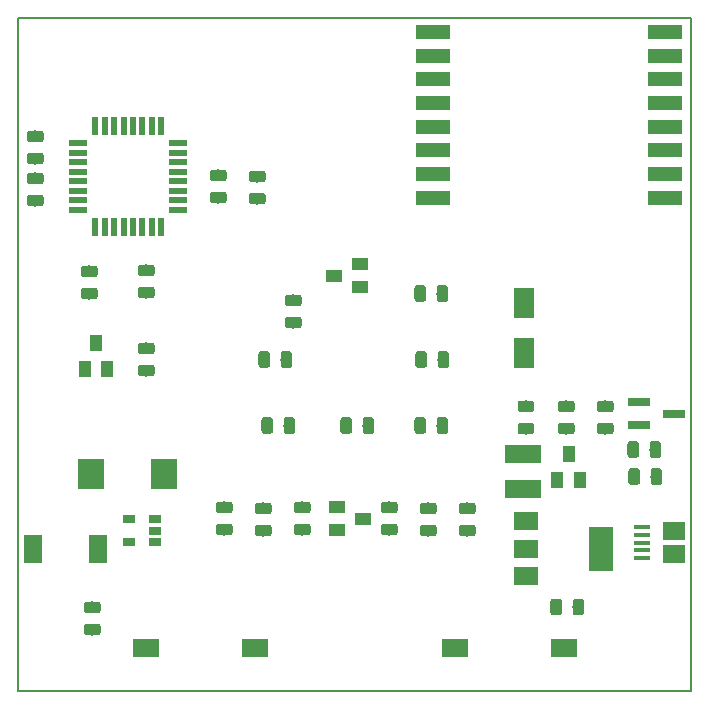
<source format=gbr>
%TF.GenerationSoftware,KiCad,Pcbnew,5.0.2-bee76a0~70~ubuntu18.04.1*%
%TF.CreationDate,2019-10-02T23:47:39+02:00*%
%TF.ProjectId,BT-Pcb-328P,42542d50-6362-42d3-9332-38502e6b6963,3.0*%
%TF.SameCoordinates,Original*%
%TF.FileFunction,Paste,Top*%
%TF.FilePolarity,Positive*%
%FSLAX46Y46*%
G04 Gerber Fmt 4.6, Leading zero omitted, Abs format (unit mm)*
G04 Created by KiCad (PCBNEW 5.0.2-bee76a0~70~ubuntu18.04.1) date mer 02 ott 2019 23:47:39 CEST*
%MOMM*%
%LPD*%
G01*
G04 APERTURE LIST*
%ADD10C,0.150000*%
%ADD11C,0.975000*%
%ADD12R,1.400000X1.000000*%
%ADD13R,1.000000X1.400000*%
%ADD14R,1.750000X2.650000*%
%ADD15R,2.310000X2.520000*%
%ADD16R,2.180000X1.600000*%
%ADD17R,3.020000X1.510000*%
%ADD18R,1.900000X1.500000*%
%ADD19R,1.350000X0.400000*%
%ADD20R,1.500000X2.400000*%
%ADD21R,1.600000X0.550000*%
%ADD22R,0.550000X1.600000*%
%ADD23R,2.000000X3.800000*%
%ADD24R,2.000000X1.500000*%
%ADD25R,1.060000X0.650000*%
%ADD26R,1.900000X0.800000*%
%ADD27R,3.000000X1.200000*%
G04 APERTURE END LIST*
D10*
X184040000Y-138320000D02*
X184040000Y-81320000D01*
X127040000Y-138320000D02*
X127040000Y-81320000D01*
X127040000Y-138320000D02*
X184040000Y-138320000D01*
X127040000Y-81320000D02*
X184040000Y-81320000D01*
G36*
X156985642Y-115125174D02*
X157009303Y-115128684D01*
X157032507Y-115134496D01*
X157055029Y-115142554D01*
X157076653Y-115152782D01*
X157097170Y-115165079D01*
X157116383Y-115179329D01*
X157134107Y-115195393D01*
X157150171Y-115213117D01*
X157164421Y-115232330D01*
X157176718Y-115252847D01*
X157186946Y-115274471D01*
X157195004Y-115296993D01*
X157200816Y-115320197D01*
X157204326Y-115343858D01*
X157205500Y-115367750D01*
X157205500Y-116280250D01*
X157204326Y-116304142D01*
X157200816Y-116327803D01*
X157195004Y-116351007D01*
X157186946Y-116373529D01*
X157176718Y-116395153D01*
X157164421Y-116415670D01*
X157150171Y-116434883D01*
X157134107Y-116452607D01*
X157116383Y-116468671D01*
X157097170Y-116482921D01*
X157076653Y-116495218D01*
X157055029Y-116505446D01*
X157032507Y-116513504D01*
X157009303Y-116519316D01*
X156985642Y-116522826D01*
X156961750Y-116524000D01*
X156474250Y-116524000D01*
X156450358Y-116522826D01*
X156426697Y-116519316D01*
X156403493Y-116513504D01*
X156380971Y-116505446D01*
X156359347Y-116495218D01*
X156338830Y-116482921D01*
X156319617Y-116468671D01*
X156301893Y-116452607D01*
X156285829Y-116434883D01*
X156271579Y-116415670D01*
X156259282Y-116395153D01*
X156249054Y-116373529D01*
X156240996Y-116351007D01*
X156235184Y-116327803D01*
X156231674Y-116304142D01*
X156230500Y-116280250D01*
X156230500Y-115367750D01*
X156231674Y-115343858D01*
X156235184Y-115320197D01*
X156240996Y-115296993D01*
X156249054Y-115274471D01*
X156259282Y-115252847D01*
X156271579Y-115232330D01*
X156285829Y-115213117D01*
X156301893Y-115195393D01*
X156319617Y-115179329D01*
X156338830Y-115165079D01*
X156359347Y-115152782D01*
X156380971Y-115142554D01*
X156403493Y-115134496D01*
X156426697Y-115128684D01*
X156450358Y-115125174D01*
X156474250Y-115124000D01*
X156961750Y-115124000D01*
X156985642Y-115125174D01*
X156985642Y-115125174D01*
G37*
D11*
X156718000Y-115824000D03*
D10*
G36*
X155110642Y-115125174D02*
X155134303Y-115128684D01*
X155157507Y-115134496D01*
X155180029Y-115142554D01*
X155201653Y-115152782D01*
X155222170Y-115165079D01*
X155241383Y-115179329D01*
X155259107Y-115195393D01*
X155275171Y-115213117D01*
X155289421Y-115232330D01*
X155301718Y-115252847D01*
X155311946Y-115274471D01*
X155320004Y-115296993D01*
X155325816Y-115320197D01*
X155329326Y-115343858D01*
X155330500Y-115367750D01*
X155330500Y-116280250D01*
X155329326Y-116304142D01*
X155325816Y-116327803D01*
X155320004Y-116351007D01*
X155311946Y-116373529D01*
X155301718Y-116395153D01*
X155289421Y-116415670D01*
X155275171Y-116434883D01*
X155259107Y-116452607D01*
X155241383Y-116468671D01*
X155222170Y-116482921D01*
X155201653Y-116495218D01*
X155180029Y-116505446D01*
X155157507Y-116513504D01*
X155134303Y-116519316D01*
X155110642Y-116522826D01*
X155086750Y-116524000D01*
X154599250Y-116524000D01*
X154575358Y-116522826D01*
X154551697Y-116519316D01*
X154528493Y-116513504D01*
X154505971Y-116505446D01*
X154484347Y-116495218D01*
X154463830Y-116482921D01*
X154444617Y-116468671D01*
X154426893Y-116452607D01*
X154410829Y-116434883D01*
X154396579Y-116415670D01*
X154384282Y-116395153D01*
X154374054Y-116373529D01*
X154365996Y-116351007D01*
X154360184Y-116327803D01*
X154356674Y-116304142D01*
X154355500Y-116280250D01*
X154355500Y-115367750D01*
X154356674Y-115343858D01*
X154360184Y-115320197D01*
X154365996Y-115296993D01*
X154374054Y-115274471D01*
X154384282Y-115252847D01*
X154396579Y-115232330D01*
X154410829Y-115213117D01*
X154426893Y-115195393D01*
X154444617Y-115179329D01*
X154463830Y-115165079D01*
X154484347Y-115152782D01*
X154505971Y-115142554D01*
X154528493Y-115134496D01*
X154551697Y-115128684D01*
X154575358Y-115125174D01*
X154599250Y-115124000D01*
X155086750Y-115124000D01*
X155110642Y-115125174D01*
X155110642Y-115125174D01*
G37*
D11*
X154843000Y-115824000D03*
D12*
X156294000Y-123698000D03*
X154094000Y-124648000D03*
X154094000Y-122748000D03*
D10*
G36*
X172890642Y-130492174D02*
X172914303Y-130495684D01*
X172937507Y-130501496D01*
X172960029Y-130509554D01*
X172981653Y-130519782D01*
X173002170Y-130532079D01*
X173021383Y-130546329D01*
X173039107Y-130562393D01*
X173055171Y-130580117D01*
X173069421Y-130599330D01*
X173081718Y-130619847D01*
X173091946Y-130641471D01*
X173100004Y-130663993D01*
X173105816Y-130687197D01*
X173109326Y-130710858D01*
X173110500Y-130734750D01*
X173110500Y-131647250D01*
X173109326Y-131671142D01*
X173105816Y-131694803D01*
X173100004Y-131718007D01*
X173091946Y-131740529D01*
X173081718Y-131762153D01*
X173069421Y-131782670D01*
X173055171Y-131801883D01*
X173039107Y-131819607D01*
X173021383Y-131835671D01*
X173002170Y-131849921D01*
X172981653Y-131862218D01*
X172960029Y-131872446D01*
X172937507Y-131880504D01*
X172914303Y-131886316D01*
X172890642Y-131889826D01*
X172866750Y-131891000D01*
X172379250Y-131891000D01*
X172355358Y-131889826D01*
X172331697Y-131886316D01*
X172308493Y-131880504D01*
X172285971Y-131872446D01*
X172264347Y-131862218D01*
X172243830Y-131849921D01*
X172224617Y-131835671D01*
X172206893Y-131819607D01*
X172190829Y-131801883D01*
X172176579Y-131782670D01*
X172164282Y-131762153D01*
X172154054Y-131740529D01*
X172145996Y-131718007D01*
X172140184Y-131694803D01*
X172136674Y-131671142D01*
X172135500Y-131647250D01*
X172135500Y-130734750D01*
X172136674Y-130710858D01*
X172140184Y-130687197D01*
X172145996Y-130663993D01*
X172154054Y-130641471D01*
X172164282Y-130619847D01*
X172176579Y-130599330D01*
X172190829Y-130580117D01*
X172206893Y-130562393D01*
X172224617Y-130546329D01*
X172243830Y-130532079D01*
X172264347Y-130519782D01*
X172285971Y-130509554D01*
X172308493Y-130501496D01*
X172331697Y-130495684D01*
X172355358Y-130492174D01*
X172379250Y-130491000D01*
X172866750Y-130491000D01*
X172890642Y-130492174D01*
X172890642Y-130492174D01*
G37*
D11*
X172623000Y-131191000D03*
D10*
G36*
X174765642Y-130492174D02*
X174789303Y-130495684D01*
X174812507Y-130501496D01*
X174835029Y-130509554D01*
X174856653Y-130519782D01*
X174877170Y-130532079D01*
X174896383Y-130546329D01*
X174914107Y-130562393D01*
X174930171Y-130580117D01*
X174944421Y-130599330D01*
X174956718Y-130619847D01*
X174966946Y-130641471D01*
X174975004Y-130663993D01*
X174980816Y-130687197D01*
X174984326Y-130710858D01*
X174985500Y-130734750D01*
X174985500Y-131647250D01*
X174984326Y-131671142D01*
X174980816Y-131694803D01*
X174975004Y-131718007D01*
X174966946Y-131740529D01*
X174956718Y-131762153D01*
X174944421Y-131782670D01*
X174930171Y-131801883D01*
X174914107Y-131819607D01*
X174896383Y-131835671D01*
X174877170Y-131849921D01*
X174856653Y-131862218D01*
X174835029Y-131872446D01*
X174812507Y-131880504D01*
X174789303Y-131886316D01*
X174765642Y-131889826D01*
X174741750Y-131891000D01*
X174254250Y-131891000D01*
X174230358Y-131889826D01*
X174206697Y-131886316D01*
X174183493Y-131880504D01*
X174160971Y-131872446D01*
X174139347Y-131862218D01*
X174118830Y-131849921D01*
X174099617Y-131835671D01*
X174081893Y-131819607D01*
X174065829Y-131801883D01*
X174051579Y-131782670D01*
X174039282Y-131762153D01*
X174029054Y-131740529D01*
X174020996Y-131718007D01*
X174015184Y-131694803D01*
X174011674Y-131671142D01*
X174010500Y-131647250D01*
X174010500Y-130734750D01*
X174011674Y-130710858D01*
X174015184Y-130687197D01*
X174020996Y-130663993D01*
X174029054Y-130641471D01*
X174039282Y-130619847D01*
X174051579Y-130599330D01*
X174065829Y-130580117D01*
X174081893Y-130562393D01*
X174099617Y-130546329D01*
X174118830Y-130532079D01*
X174139347Y-130519782D01*
X174160971Y-130509554D01*
X174183493Y-130501496D01*
X174206697Y-130495684D01*
X174230358Y-130492174D01*
X174254250Y-130491000D01*
X174741750Y-130491000D01*
X174765642Y-130492174D01*
X174765642Y-130492174D01*
G37*
D11*
X174498000Y-131191000D03*
D13*
X133670000Y-108798000D03*
X134620000Y-110998000D03*
X132720000Y-110998000D03*
D10*
G36*
X138402142Y-108812174D02*
X138425803Y-108815684D01*
X138449007Y-108821496D01*
X138471529Y-108829554D01*
X138493153Y-108839782D01*
X138513670Y-108852079D01*
X138532883Y-108866329D01*
X138550607Y-108882393D01*
X138566671Y-108900117D01*
X138580921Y-108919330D01*
X138593218Y-108939847D01*
X138603446Y-108961471D01*
X138611504Y-108983993D01*
X138617316Y-109007197D01*
X138620826Y-109030858D01*
X138622000Y-109054750D01*
X138622000Y-109542250D01*
X138620826Y-109566142D01*
X138617316Y-109589803D01*
X138611504Y-109613007D01*
X138603446Y-109635529D01*
X138593218Y-109657153D01*
X138580921Y-109677670D01*
X138566671Y-109696883D01*
X138550607Y-109714607D01*
X138532883Y-109730671D01*
X138513670Y-109744921D01*
X138493153Y-109757218D01*
X138471529Y-109767446D01*
X138449007Y-109775504D01*
X138425803Y-109781316D01*
X138402142Y-109784826D01*
X138378250Y-109786000D01*
X137465750Y-109786000D01*
X137441858Y-109784826D01*
X137418197Y-109781316D01*
X137394993Y-109775504D01*
X137372471Y-109767446D01*
X137350847Y-109757218D01*
X137330330Y-109744921D01*
X137311117Y-109730671D01*
X137293393Y-109714607D01*
X137277329Y-109696883D01*
X137263079Y-109677670D01*
X137250782Y-109657153D01*
X137240554Y-109635529D01*
X137232496Y-109613007D01*
X137226684Y-109589803D01*
X137223174Y-109566142D01*
X137222000Y-109542250D01*
X137222000Y-109054750D01*
X137223174Y-109030858D01*
X137226684Y-109007197D01*
X137232496Y-108983993D01*
X137240554Y-108961471D01*
X137250782Y-108939847D01*
X137263079Y-108919330D01*
X137277329Y-108900117D01*
X137293393Y-108882393D01*
X137311117Y-108866329D01*
X137330330Y-108852079D01*
X137350847Y-108839782D01*
X137372471Y-108829554D01*
X137394993Y-108821496D01*
X137418197Y-108815684D01*
X137441858Y-108812174D01*
X137465750Y-108811000D01*
X138378250Y-108811000D01*
X138402142Y-108812174D01*
X138402142Y-108812174D01*
G37*
D11*
X137922000Y-109298500D03*
D10*
G36*
X138402142Y-110687174D02*
X138425803Y-110690684D01*
X138449007Y-110696496D01*
X138471529Y-110704554D01*
X138493153Y-110714782D01*
X138513670Y-110727079D01*
X138532883Y-110741329D01*
X138550607Y-110757393D01*
X138566671Y-110775117D01*
X138580921Y-110794330D01*
X138593218Y-110814847D01*
X138603446Y-110836471D01*
X138611504Y-110858993D01*
X138617316Y-110882197D01*
X138620826Y-110905858D01*
X138622000Y-110929750D01*
X138622000Y-111417250D01*
X138620826Y-111441142D01*
X138617316Y-111464803D01*
X138611504Y-111488007D01*
X138603446Y-111510529D01*
X138593218Y-111532153D01*
X138580921Y-111552670D01*
X138566671Y-111571883D01*
X138550607Y-111589607D01*
X138532883Y-111605671D01*
X138513670Y-111619921D01*
X138493153Y-111632218D01*
X138471529Y-111642446D01*
X138449007Y-111650504D01*
X138425803Y-111656316D01*
X138402142Y-111659826D01*
X138378250Y-111661000D01*
X137465750Y-111661000D01*
X137441858Y-111659826D01*
X137418197Y-111656316D01*
X137394993Y-111650504D01*
X137372471Y-111642446D01*
X137350847Y-111632218D01*
X137330330Y-111619921D01*
X137311117Y-111605671D01*
X137293393Y-111589607D01*
X137277329Y-111571883D01*
X137263079Y-111552670D01*
X137250782Y-111532153D01*
X137240554Y-111510529D01*
X137232496Y-111488007D01*
X137226684Y-111464803D01*
X137223174Y-111441142D01*
X137222000Y-111417250D01*
X137222000Y-110929750D01*
X137223174Y-110905858D01*
X137226684Y-110882197D01*
X137232496Y-110858993D01*
X137240554Y-110836471D01*
X137250782Y-110814847D01*
X137263079Y-110794330D01*
X137277329Y-110775117D01*
X137293393Y-110757393D01*
X137311117Y-110741329D01*
X137330330Y-110727079D01*
X137350847Y-110714782D01*
X137372471Y-110704554D01*
X137394993Y-110696496D01*
X137418197Y-110690684D01*
X137441858Y-110687174D01*
X137465750Y-110686000D01*
X138378250Y-110686000D01*
X138402142Y-110687174D01*
X138402142Y-110687174D01*
G37*
D11*
X137922000Y-111173500D03*
D10*
G36*
X129004142Y-90856674D02*
X129027803Y-90860184D01*
X129051007Y-90865996D01*
X129073529Y-90874054D01*
X129095153Y-90884282D01*
X129115670Y-90896579D01*
X129134883Y-90910829D01*
X129152607Y-90926893D01*
X129168671Y-90944617D01*
X129182921Y-90963830D01*
X129195218Y-90984347D01*
X129205446Y-91005971D01*
X129213504Y-91028493D01*
X129219316Y-91051697D01*
X129222826Y-91075358D01*
X129224000Y-91099250D01*
X129224000Y-91586750D01*
X129222826Y-91610642D01*
X129219316Y-91634303D01*
X129213504Y-91657507D01*
X129205446Y-91680029D01*
X129195218Y-91701653D01*
X129182921Y-91722170D01*
X129168671Y-91741383D01*
X129152607Y-91759107D01*
X129134883Y-91775171D01*
X129115670Y-91789421D01*
X129095153Y-91801718D01*
X129073529Y-91811946D01*
X129051007Y-91820004D01*
X129027803Y-91825816D01*
X129004142Y-91829326D01*
X128980250Y-91830500D01*
X128067750Y-91830500D01*
X128043858Y-91829326D01*
X128020197Y-91825816D01*
X127996993Y-91820004D01*
X127974471Y-91811946D01*
X127952847Y-91801718D01*
X127932330Y-91789421D01*
X127913117Y-91775171D01*
X127895393Y-91759107D01*
X127879329Y-91741383D01*
X127865079Y-91722170D01*
X127852782Y-91701653D01*
X127842554Y-91680029D01*
X127834496Y-91657507D01*
X127828684Y-91634303D01*
X127825174Y-91610642D01*
X127824000Y-91586750D01*
X127824000Y-91099250D01*
X127825174Y-91075358D01*
X127828684Y-91051697D01*
X127834496Y-91028493D01*
X127842554Y-91005971D01*
X127852782Y-90984347D01*
X127865079Y-90963830D01*
X127879329Y-90944617D01*
X127895393Y-90926893D01*
X127913117Y-90910829D01*
X127932330Y-90896579D01*
X127952847Y-90884282D01*
X127974471Y-90874054D01*
X127996993Y-90865996D01*
X128020197Y-90860184D01*
X128043858Y-90856674D01*
X128067750Y-90855500D01*
X128980250Y-90855500D01*
X129004142Y-90856674D01*
X129004142Y-90856674D01*
G37*
D11*
X128524000Y-91343000D03*
D10*
G36*
X129004142Y-92731674D02*
X129027803Y-92735184D01*
X129051007Y-92740996D01*
X129073529Y-92749054D01*
X129095153Y-92759282D01*
X129115670Y-92771579D01*
X129134883Y-92785829D01*
X129152607Y-92801893D01*
X129168671Y-92819617D01*
X129182921Y-92838830D01*
X129195218Y-92859347D01*
X129205446Y-92880971D01*
X129213504Y-92903493D01*
X129219316Y-92926697D01*
X129222826Y-92950358D01*
X129224000Y-92974250D01*
X129224000Y-93461750D01*
X129222826Y-93485642D01*
X129219316Y-93509303D01*
X129213504Y-93532507D01*
X129205446Y-93555029D01*
X129195218Y-93576653D01*
X129182921Y-93597170D01*
X129168671Y-93616383D01*
X129152607Y-93634107D01*
X129134883Y-93650171D01*
X129115670Y-93664421D01*
X129095153Y-93676718D01*
X129073529Y-93686946D01*
X129051007Y-93695004D01*
X129027803Y-93700816D01*
X129004142Y-93704326D01*
X128980250Y-93705500D01*
X128067750Y-93705500D01*
X128043858Y-93704326D01*
X128020197Y-93700816D01*
X127996993Y-93695004D01*
X127974471Y-93686946D01*
X127952847Y-93676718D01*
X127932330Y-93664421D01*
X127913117Y-93650171D01*
X127895393Y-93634107D01*
X127879329Y-93616383D01*
X127865079Y-93597170D01*
X127852782Y-93576653D01*
X127842554Y-93555029D01*
X127834496Y-93532507D01*
X127828684Y-93509303D01*
X127825174Y-93485642D01*
X127824000Y-93461750D01*
X127824000Y-92974250D01*
X127825174Y-92950358D01*
X127828684Y-92926697D01*
X127834496Y-92903493D01*
X127842554Y-92880971D01*
X127852782Y-92859347D01*
X127865079Y-92838830D01*
X127879329Y-92819617D01*
X127895393Y-92801893D01*
X127913117Y-92785829D01*
X127932330Y-92771579D01*
X127952847Y-92759282D01*
X127974471Y-92749054D01*
X127996993Y-92740996D01*
X128020197Y-92735184D01*
X128043858Y-92731674D01*
X128067750Y-92730500D01*
X128980250Y-92730500D01*
X129004142Y-92731674D01*
X129004142Y-92731674D01*
G37*
D11*
X128524000Y-93218000D03*
D14*
X169926000Y-109710000D03*
X169926000Y-105410000D03*
D15*
X139446000Y-119888000D03*
X133246000Y-119888000D03*
D16*
X147094000Y-134620000D03*
X137894000Y-134620000D03*
X173256000Y-134620000D03*
X164056000Y-134620000D03*
D17*
X169799000Y-118258000D03*
X169799000Y-121158000D03*
D10*
G36*
X179416142Y-117157174D02*
X179439803Y-117160684D01*
X179463007Y-117166496D01*
X179485529Y-117174554D01*
X179507153Y-117184782D01*
X179527670Y-117197079D01*
X179546883Y-117211329D01*
X179564607Y-117227393D01*
X179580671Y-117245117D01*
X179594921Y-117264330D01*
X179607218Y-117284847D01*
X179617446Y-117306471D01*
X179625504Y-117328993D01*
X179631316Y-117352197D01*
X179634826Y-117375858D01*
X179636000Y-117399750D01*
X179636000Y-118312250D01*
X179634826Y-118336142D01*
X179631316Y-118359803D01*
X179625504Y-118383007D01*
X179617446Y-118405529D01*
X179607218Y-118427153D01*
X179594921Y-118447670D01*
X179580671Y-118466883D01*
X179564607Y-118484607D01*
X179546883Y-118500671D01*
X179527670Y-118514921D01*
X179507153Y-118527218D01*
X179485529Y-118537446D01*
X179463007Y-118545504D01*
X179439803Y-118551316D01*
X179416142Y-118554826D01*
X179392250Y-118556000D01*
X178904750Y-118556000D01*
X178880858Y-118554826D01*
X178857197Y-118551316D01*
X178833993Y-118545504D01*
X178811471Y-118537446D01*
X178789847Y-118527218D01*
X178769330Y-118514921D01*
X178750117Y-118500671D01*
X178732393Y-118484607D01*
X178716329Y-118466883D01*
X178702079Y-118447670D01*
X178689782Y-118427153D01*
X178679554Y-118405529D01*
X178671496Y-118383007D01*
X178665684Y-118359803D01*
X178662174Y-118336142D01*
X178661000Y-118312250D01*
X178661000Y-117399750D01*
X178662174Y-117375858D01*
X178665684Y-117352197D01*
X178671496Y-117328993D01*
X178679554Y-117306471D01*
X178689782Y-117284847D01*
X178702079Y-117264330D01*
X178716329Y-117245117D01*
X178732393Y-117227393D01*
X178750117Y-117211329D01*
X178769330Y-117197079D01*
X178789847Y-117184782D01*
X178811471Y-117174554D01*
X178833993Y-117166496D01*
X178857197Y-117160684D01*
X178880858Y-117157174D01*
X178904750Y-117156000D01*
X179392250Y-117156000D01*
X179416142Y-117157174D01*
X179416142Y-117157174D01*
G37*
D11*
X179148500Y-117856000D03*
D10*
G36*
X181291142Y-117157174D02*
X181314803Y-117160684D01*
X181338007Y-117166496D01*
X181360529Y-117174554D01*
X181382153Y-117184782D01*
X181402670Y-117197079D01*
X181421883Y-117211329D01*
X181439607Y-117227393D01*
X181455671Y-117245117D01*
X181469921Y-117264330D01*
X181482218Y-117284847D01*
X181492446Y-117306471D01*
X181500504Y-117328993D01*
X181506316Y-117352197D01*
X181509826Y-117375858D01*
X181511000Y-117399750D01*
X181511000Y-118312250D01*
X181509826Y-118336142D01*
X181506316Y-118359803D01*
X181500504Y-118383007D01*
X181492446Y-118405529D01*
X181482218Y-118427153D01*
X181469921Y-118447670D01*
X181455671Y-118466883D01*
X181439607Y-118484607D01*
X181421883Y-118500671D01*
X181402670Y-118514921D01*
X181382153Y-118527218D01*
X181360529Y-118537446D01*
X181338007Y-118545504D01*
X181314803Y-118551316D01*
X181291142Y-118554826D01*
X181267250Y-118556000D01*
X180779750Y-118556000D01*
X180755858Y-118554826D01*
X180732197Y-118551316D01*
X180708993Y-118545504D01*
X180686471Y-118537446D01*
X180664847Y-118527218D01*
X180644330Y-118514921D01*
X180625117Y-118500671D01*
X180607393Y-118484607D01*
X180591329Y-118466883D01*
X180577079Y-118447670D01*
X180564782Y-118427153D01*
X180554554Y-118405529D01*
X180546496Y-118383007D01*
X180540684Y-118359803D01*
X180537174Y-118336142D01*
X180536000Y-118312250D01*
X180536000Y-117399750D01*
X180537174Y-117375858D01*
X180540684Y-117352197D01*
X180546496Y-117328993D01*
X180554554Y-117306471D01*
X180564782Y-117284847D01*
X180577079Y-117264330D01*
X180591329Y-117245117D01*
X180607393Y-117227393D01*
X180625117Y-117211329D01*
X180644330Y-117197079D01*
X180664847Y-117184782D01*
X180686471Y-117174554D01*
X180708993Y-117166496D01*
X180732197Y-117160684D01*
X180755858Y-117157174D01*
X180779750Y-117156000D01*
X181267250Y-117156000D01*
X181291142Y-117157174D01*
X181291142Y-117157174D01*
G37*
D11*
X181023500Y-117856000D03*
D10*
G36*
X133830142Y-132609674D02*
X133853803Y-132613184D01*
X133877007Y-132618996D01*
X133899529Y-132627054D01*
X133921153Y-132637282D01*
X133941670Y-132649579D01*
X133960883Y-132663829D01*
X133978607Y-132679893D01*
X133994671Y-132697617D01*
X134008921Y-132716830D01*
X134021218Y-132737347D01*
X134031446Y-132758971D01*
X134039504Y-132781493D01*
X134045316Y-132804697D01*
X134048826Y-132828358D01*
X134050000Y-132852250D01*
X134050000Y-133339750D01*
X134048826Y-133363642D01*
X134045316Y-133387303D01*
X134039504Y-133410507D01*
X134031446Y-133433029D01*
X134021218Y-133454653D01*
X134008921Y-133475170D01*
X133994671Y-133494383D01*
X133978607Y-133512107D01*
X133960883Y-133528171D01*
X133941670Y-133542421D01*
X133921153Y-133554718D01*
X133899529Y-133564946D01*
X133877007Y-133573004D01*
X133853803Y-133578816D01*
X133830142Y-133582326D01*
X133806250Y-133583500D01*
X132893750Y-133583500D01*
X132869858Y-133582326D01*
X132846197Y-133578816D01*
X132822993Y-133573004D01*
X132800471Y-133564946D01*
X132778847Y-133554718D01*
X132758330Y-133542421D01*
X132739117Y-133528171D01*
X132721393Y-133512107D01*
X132705329Y-133494383D01*
X132691079Y-133475170D01*
X132678782Y-133454653D01*
X132668554Y-133433029D01*
X132660496Y-133410507D01*
X132654684Y-133387303D01*
X132651174Y-133363642D01*
X132650000Y-133339750D01*
X132650000Y-132852250D01*
X132651174Y-132828358D01*
X132654684Y-132804697D01*
X132660496Y-132781493D01*
X132668554Y-132758971D01*
X132678782Y-132737347D01*
X132691079Y-132716830D01*
X132705329Y-132697617D01*
X132721393Y-132679893D01*
X132739117Y-132663829D01*
X132758330Y-132649579D01*
X132778847Y-132637282D01*
X132800471Y-132627054D01*
X132822993Y-132618996D01*
X132846197Y-132613184D01*
X132869858Y-132609674D01*
X132893750Y-132608500D01*
X133806250Y-132608500D01*
X133830142Y-132609674D01*
X133830142Y-132609674D01*
G37*
D11*
X133350000Y-133096000D03*
D10*
G36*
X133830142Y-130734674D02*
X133853803Y-130738184D01*
X133877007Y-130743996D01*
X133899529Y-130752054D01*
X133921153Y-130762282D01*
X133941670Y-130774579D01*
X133960883Y-130788829D01*
X133978607Y-130804893D01*
X133994671Y-130822617D01*
X134008921Y-130841830D01*
X134021218Y-130862347D01*
X134031446Y-130883971D01*
X134039504Y-130906493D01*
X134045316Y-130929697D01*
X134048826Y-130953358D01*
X134050000Y-130977250D01*
X134050000Y-131464750D01*
X134048826Y-131488642D01*
X134045316Y-131512303D01*
X134039504Y-131535507D01*
X134031446Y-131558029D01*
X134021218Y-131579653D01*
X134008921Y-131600170D01*
X133994671Y-131619383D01*
X133978607Y-131637107D01*
X133960883Y-131653171D01*
X133941670Y-131667421D01*
X133921153Y-131679718D01*
X133899529Y-131689946D01*
X133877007Y-131698004D01*
X133853803Y-131703816D01*
X133830142Y-131707326D01*
X133806250Y-131708500D01*
X132893750Y-131708500D01*
X132869858Y-131707326D01*
X132846197Y-131703816D01*
X132822993Y-131698004D01*
X132800471Y-131689946D01*
X132778847Y-131679718D01*
X132758330Y-131667421D01*
X132739117Y-131653171D01*
X132721393Y-131637107D01*
X132705329Y-131619383D01*
X132691079Y-131600170D01*
X132678782Y-131579653D01*
X132668554Y-131558029D01*
X132660496Y-131535507D01*
X132654684Y-131512303D01*
X132651174Y-131488642D01*
X132650000Y-131464750D01*
X132650000Y-130977250D01*
X132651174Y-130953358D01*
X132654684Y-130929697D01*
X132660496Y-130906493D01*
X132668554Y-130883971D01*
X132678782Y-130862347D01*
X132691079Y-130841830D01*
X132705329Y-130822617D01*
X132721393Y-130804893D01*
X132739117Y-130788829D01*
X132758330Y-130774579D01*
X132778847Y-130762282D01*
X132800471Y-130752054D01*
X132822993Y-130743996D01*
X132846197Y-130738184D01*
X132869858Y-130734674D01*
X132893750Y-130733500D01*
X133806250Y-130733500D01*
X133830142Y-130734674D01*
X133830142Y-130734674D01*
G37*
D11*
X133350000Y-131221000D03*
D10*
G36*
X133576142Y-104161674D02*
X133599803Y-104165184D01*
X133623007Y-104170996D01*
X133645529Y-104179054D01*
X133667153Y-104189282D01*
X133687670Y-104201579D01*
X133706883Y-104215829D01*
X133724607Y-104231893D01*
X133740671Y-104249617D01*
X133754921Y-104268830D01*
X133767218Y-104289347D01*
X133777446Y-104310971D01*
X133785504Y-104333493D01*
X133791316Y-104356697D01*
X133794826Y-104380358D01*
X133796000Y-104404250D01*
X133796000Y-104891750D01*
X133794826Y-104915642D01*
X133791316Y-104939303D01*
X133785504Y-104962507D01*
X133777446Y-104985029D01*
X133767218Y-105006653D01*
X133754921Y-105027170D01*
X133740671Y-105046383D01*
X133724607Y-105064107D01*
X133706883Y-105080171D01*
X133687670Y-105094421D01*
X133667153Y-105106718D01*
X133645529Y-105116946D01*
X133623007Y-105125004D01*
X133599803Y-105130816D01*
X133576142Y-105134326D01*
X133552250Y-105135500D01*
X132639750Y-105135500D01*
X132615858Y-105134326D01*
X132592197Y-105130816D01*
X132568993Y-105125004D01*
X132546471Y-105116946D01*
X132524847Y-105106718D01*
X132504330Y-105094421D01*
X132485117Y-105080171D01*
X132467393Y-105064107D01*
X132451329Y-105046383D01*
X132437079Y-105027170D01*
X132424782Y-105006653D01*
X132414554Y-104985029D01*
X132406496Y-104962507D01*
X132400684Y-104939303D01*
X132397174Y-104915642D01*
X132396000Y-104891750D01*
X132396000Y-104404250D01*
X132397174Y-104380358D01*
X132400684Y-104356697D01*
X132406496Y-104333493D01*
X132414554Y-104310971D01*
X132424782Y-104289347D01*
X132437079Y-104268830D01*
X132451329Y-104249617D01*
X132467393Y-104231893D01*
X132485117Y-104215829D01*
X132504330Y-104201579D01*
X132524847Y-104189282D01*
X132546471Y-104179054D01*
X132568993Y-104170996D01*
X132592197Y-104165184D01*
X132615858Y-104161674D01*
X132639750Y-104160500D01*
X133552250Y-104160500D01*
X133576142Y-104161674D01*
X133576142Y-104161674D01*
G37*
D11*
X133096000Y-104648000D03*
D10*
G36*
X133576142Y-102286674D02*
X133599803Y-102290184D01*
X133623007Y-102295996D01*
X133645529Y-102304054D01*
X133667153Y-102314282D01*
X133687670Y-102326579D01*
X133706883Y-102340829D01*
X133724607Y-102356893D01*
X133740671Y-102374617D01*
X133754921Y-102393830D01*
X133767218Y-102414347D01*
X133777446Y-102435971D01*
X133785504Y-102458493D01*
X133791316Y-102481697D01*
X133794826Y-102505358D01*
X133796000Y-102529250D01*
X133796000Y-103016750D01*
X133794826Y-103040642D01*
X133791316Y-103064303D01*
X133785504Y-103087507D01*
X133777446Y-103110029D01*
X133767218Y-103131653D01*
X133754921Y-103152170D01*
X133740671Y-103171383D01*
X133724607Y-103189107D01*
X133706883Y-103205171D01*
X133687670Y-103219421D01*
X133667153Y-103231718D01*
X133645529Y-103241946D01*
X133623007Y-103250004D01*
X133599803Y-103255816D01*
X133576142Y-103259326D01*
X133552250Y-103260500D01*
X132639750Y-103260500D01*
X132615858Y-103259326D01*
X132592197Y-103255816D01*
X132568993Y-103250004D01*
X132546471Y-103241946D01*
X132524847Y-103231718D01*
X132504330Y-103219421D01*
X132485117Y-103205171D01*
X132467393Y-103189107D01*
X132451329Y-103171383D01*
X132437079Y-103152170D01*
X132424782Y-103131653D01*
X132414554Y-103110029D01*
X132406496Y-103087507D01*
X132400684Y-103064303D01*
X132397174Y-103040642D01*
X132396000Y-103016750D01*
X132396000Y-102529250D01*
X132397174Y-102505358D01*
X132400684Y-102481697D01*
X132406496Y-102458493D01*
X132414554Y-102435971D01*
X132424782Y-102414347D01*
X132437079Y-102393830D01*
X132451329Y-102374617D01*
X132467393Y-102356893D01*
X132485117Y-102340829D01*
X132504330Y-102326579D01*
X132524847Y-102314282D01*
X132546471Y-102304054D01*
X132568993Y-102295996D01*
X132592197Y-102290184D01*
X132615858Y-102286674D01*
X132639750Y-102285500D01*
X133552250Y-102285500D01*
X133576142Y-102286674D01*
X133576142Y-102286674D01*
G37*
D11*
X133096000Y-102773000D03*
D10*
G36*
X144498142Y-96033674D02*
X144521803Y-96037184D01*
X144545007Y-96042996D01*
X144567529Y-96051054D01*
X144589153Y-96061282D01*
X144609670Y-96073579D01*
X144628883Y-96087829D01*
X144646607Y-96103893D01*
X144662671Y-96121617D01*
X144676921Y-96140830D01*
X144689218Y-96161347D01*
X144699446Y-96182971D01*
X144707504Y-96205493D01*
X144713316Y-96228697D01*
X144716826Y-96252358D01*
X144718000Y-96276250D01*
X144718000Y-96763750D01*
X144716826Y-96787642D01*
X144713316Y-96811303D01*
X144707504Y-96834507D01*
X144699446Y-96857029D01*
X144689218Y-96878653D01*
X144676921Y-96899170D01*
X144662671Y-96918383D01*
X144646607Y-96936107D01*
X144628883Y-96952171D01*
X144609670Y-96966421D01*
X144589153Y-96978718D01*
X144567529Y-96988946D01*
X144545007Y-96997004D01*
X144521803Y-97002816D01*
X144498142Y-97006326D01*
X144474250Y-97007500D01*
X143561750Y-97007500D01*
X143537858Y-97006326D01*
X143514197Y-97002816D01*
X143490993Y-96997004D01*
X143468471Y-96988946D01*
X143446847Y-96978718D01*
X143426330Y-96966421D01*
X143407117Y-96952171D01*
X143389393Y-96936107D01*
X143373329Y-96918383D01*
X143359079Y-96899170D01*
X143346782Y-96878653D01*
X143336554Y-96857029D01*
X143328496Y-96834507D01*
X143322684Y-96811303D01*
X143319174Y-96787642D01*
X143318000Y-96763750D01*
X143318000Y-96276250D01*
X143319174Y-96252358D01*
X143322684Y-96228697D01*
X143328496Y-96205493D01*
X143336554Y-96182971D01*
X143346782Y-96161347D01*
X143359079Y-96140830D01*
X143373329Y-96121617D01*
X143389393Y-96103893D01*
X143407117Y-96087829D01*
X143426330Y-96073579D01*
X143446847Y-96061282D01*
X143468471Y-96051054D01*
X143490993Y-96042996D01*
X143514197Y-96037184D01*
X143537858Y-96033674D01*
X143561750Y-96032500D01*
X144474250Y-96032500D01*
X144498142Y-96033674D01*
X144498142Y-96033674D01*
G37*
D11*
X144018000Y-96520000D03*
D10*
G36*
X144498142Y-94158674D02*
X144521803Y-94162184D01*
X144545007Y-94167996D01*
X144567529Y-94176054D01*
X144589153Y-94186282D01*
X144609670Y-94198579D01*
X144628883Y-94212829D01*
X144646607Y-94228893D01*
X144662671Y-94246617D01*
X144676921Y-94265830D01*
X144689218Y-94286347D01*
X144699446Y-94307971D01*
X144707504Y-94330493D01*
X144713316Y-94353697D01*
X144716826Y-94377358D01*
X144718000Y-94401250D01*
X144718000Y-94888750D01*
X144716826Y-94912642D01*
X144713316Y-94936303D01*
X144707504Y-94959507D01*
X144699446Y-94982029D01*
X144689218Y-95003653D01*
X144676921Y-95024170D01*
X144662671Y-95043383D01*
X144646607Y-95061107D01*
X144628883Y-95077171D01*
X144609670Y-95091421D01*
X144589153Y-95103718D01*
X144567529Y-95113946D01*
X144545007Y-95122004D01*
X144521803Y-95127816D01*
X144498142Y-95131326D01*
X144474250Y-95132500D01*
X143561750Y-95132500D01*
X143537858Y-95131326D01*
X143514197Y-95127816D01*
X143490993Y-95122004D01*
X143468471Y-95113946D01*
X143446847Y-95103718D01*
X143426330Y-95091421D01*
X143407117Y-95077171D01*
X143389393Y-95061107D01*
X143373329Y-95043383D01*
X143359079Y-95024170D01*
X143346782Y-95003653D01*
X143336554Y-94982029D01*
X143328496Y-94959507D01*
X143322684Y-94936303D01*
X143319174Y-94912642D01*
X143318000Y-94888750D01*
X143318000Y-94401250D01*
X143319174Y-94377358D01*
X143322684Y-94353697D01*
X143328496Y-94330493D01*
X143336554Y-94307971D01*
X143346782Y-94286347D01*
X143359079Y-94265830D01*
X143373329Y-94246617D01*
X143389393Y-94228893D01*
X143407117Y-94212829D01*
X143426330Y-94198579D01*
X143446847Y-94186282D01*
X143468471Y-94176054D01*
X143490993Y-94167996D01*
X143514197Y-94162184D01*
X143537858Y-94158674D01*
X143561750Y-94157500D01*
X144474250Y-94157500D01*
X144498142Y-94158674D01*
X144498142Y-94158674D01*
G37*
D11*
X144018000Y-94645000D03*
D10*
G36*
X129004142Y-94412674D02*
X129027803Y-94416184D01*
X129051007Y-94421996D01*
X129073529Y-94430054D01*
X129095153Y-94440282D01*
X129115670Y-94452579D01*
X129134883Y-94466829D01*
X129152607Y-94482893D01*
X129168671Y-94500617D01*
X129182921Y-94519830D01*
X129195218Y-94540347D01*
X129205446Y-94561971D01*
X129213504Y-94584493D01*
X129219316Y-94607697D01*
X129222826Y-94631358D01*
X129224000Y-94655250D01*
X129224000Y-95142750D01*
X129222826Y-95166642D01*
X129219316Y-95190303D01*
X129213504Y-95213507D01*
X129205446Y-95236029D01*
X129195218Y-95257653D01*
X129182921Y-95278170D01*
X129168671Y-95297383D01*
X129152607Y-95315107D01*
X129134883Y-95331171D01*
X129115670Y-95345421D01*
X129095153Y-95357718D01*
X129073529Y-95367946D01*
X129051007Y-95376004D01*
X129027803Y-95381816D01*
X129004142Y-95385326D01*
X128980250Y-95386500D01*
X128067750Y-95386500D01*
X128043858Y-95385326D01*
X128020197Y-95381816D01*
X127996993Y-95376004D01*
X127974471Y-95367946D01*
X127952847Y-95357718D01*
X127932330Y-95345421D01*
X127913117Y-95331171D01*
X127895393Y-95315107D01*
X127879329Y-95297383D01*
X127865079Y-95278170D01*
X127852782Y-95257653D01*
X127842554Y-95236029D01*
X127834496Y-95213507D01*
X127828684Y-95190303D01*
X127825174Y-95166642D01*
X127824000Y-95142750D01*
X127824000Y-94655250D01*
X127825174Y-94631358D01*
X127828684Y-94607697D01*
X127834496Y-94584493D01*
X127842554Y-94561971D01*
X127852782Y-94540347D01*
X127865079Y-94519830D01*
X127879329Y-94500617D01*
X127895393Y-94482893D01*
X127913117Y-94466829D01*
X127932330Y-94452579D01*
X127952847Y-94440282D01*
X127974471Y-94430054D01*
X127996993Y-94421996D01*
X128020197Y-94416184D01*
X128043858Y-94412674D01*
X128067750Y-94411500D01*
X128980250Y-94411500D01*
X129004142Y-94412674D01*
X129004142Y-94412674D01*
G37*
D11*
X128524000Y-94899000D03*
D10*
G36*
X129004142Y-96287674D02*
X129027803Y-96291184D01*
X129051007Y-96296996D01*
X129073529Y-96305054D01*
X129095153Y-96315282D01*
X129115670Y-96327579D01*
X129134883Y-96341829D01*
X129152607Y-96357893D01*
X129168671Y-96375617D01*
X129182921Y-96394830D01*
X129195218Y-96415347D01*
X129205446Y-96436971D01*
X129213504Y-96459493D01*
X129219316Y-96482697D01*
X129222826Y-96506358D01*
X129224000Y-96530250D01*
X129224000Y-97017750D01*
X129222826Y-97041642D01*
X129219316Y-97065303D01*
X129213504Y-97088507D01*
X129205446Y-97111029D01*
X129195218Y-97132653D01*
X129182921Y-97153170D01*
X129168671Y-97172383D01*
X129152607Y-97190107D01*
X129134883Y-97206171D01*
X129115670Y-97220421D01*
X129095153Y-97232718D01*
X129073529Y-97242946D01*
X129051007Y-97251004D01*
X129027803Y-97256816D01*
X129004142Y-97260326D01*
X128980250Y-97261500D01*
X128067750Y-97261500D01*
X128043858Y-97260326D01*
X128020197Y-97256816D01*
X127996993Y-97251004D01*
X127974471Y-97242946D01*
X127952847Y-97232718D01*
X127932330Y-97220421D01*
X127913117Y-97206171D01*
X127895393Y-97190107D01*
X127879329Y-97172383D01*
X127865079Y-97153170D01*
X127852782Y-97132653D01*
X127842554Y-97111029D01*
X127834496Y-97088507D01*
X127828684Y-97065303D01*
X127825174Y-97041642D01*
X127824000Y-97017750D01*
X127824000Y-96530250D01*
X127825174Y-96506358D01*
X127828684Y-96482697D01*
X127834496Y-96459493D01*
X127842554Y-96436971D01*
X127852782Y-96415347D01*
X127865079Y-96394830D01*
X127879329Y-96375617D01*
X127895393Y-96357893D01*
X127913117Y-96341829D01*
X127932330Y-96327579D01*
X127952847Y-96315282D01*
X127974471Y-96305054D01*
X127996993Y-96296996D01*
X128020197Y-96291184D01*
X128043858Y-96287674D01*
X128067750Y-96286500D01*
X128980250Y-96286500D01*
X129004142Y-96287674D01*
X129004142Y-96287674D01*
G37*
D11*
X128524000Y-96774000D03*
D10*
G36*
X147800142Y-94255674D02*
X147823803Y-94259184D01*
X147847007Y-94264996D01*
X147869529Y-94273054D01*
X147891153Y-94283282D01*
X147911670Y-94295579D01*
X147930883Y-94309829D01*
X147948607Y-94325893D01*
X147964671Y-94343617D01*
X147978921Y-94362830D01*
X147991218Y-94383347D01*
X148001446Y-94404971D01*
X148009504Y-94427493D01*
X148015316Y-94450697D01*
X148018826Y-94474358D01*
X148020000Y-94498250D01*
X148020000Y-94985750D01*
X148018826Y-95009642D01*
X148015316Y-95033303D01*
X148009504Y-95056507D01*
X148001446Y-95079029D01*
X147991218Y-95100653D01*
X147978921Y-95121170D01*
X147964671Y-95140383D01*
X147948607Y-95158107D01*
X147930883Y-95174171D01*
X147911670Y-95188421D01*
X147891153Y-95200718D01*
X147869529Y-95210946D01*
X147847007Y-95219004D01*
X147823803Y-95224816D01*
X147800142Y-95228326D01*
X147776250Y-95229500D01*
X146863750Y-95229500D01*
X146839858Y-95228326D01*
X146816197Y-95224816D01*
X146792993Y-95219004D01*
X146770471Y-95210946D01*
X146748847Y-95200718D01*
X146728330Y-95188421D01*
X146709117Y-95174171D01*
X146691393Y-95158107D01*
X146675329Y-95140383D01*
X146661079Y-95121170D01*
X146648782Y-95100653D01*
X146638554Y-95079029D01*
X146630496Y-95056507D01*
X146624684Y-95033303D01*
X146621174Y-95009642D01*
X146620000Y-94985750D01*
X146620000Y-94498250D01*
X146621174Y-94474358D01*
X146624684Y-94450697D01*
X146630496Y-94427493D01*
X146638554Y-94404971D01*
X146648782Y-94383347D01*
X146661079Y-94362830D01*
X146675329Y-94343617D01*
X146691393Y-94325893D01*
X146709117Y-94309829D01*
X146728330Y-94295579D01*
X146748847Y-94283282D01*
X146770471Y-94273054D01*
X146792993Y-94264996D01*
X146816197Y-94259184D01*
X146839858Y-94255674D01*
X146863750Y-94254500D01*
X147776250Y-94254500D01*
X147800142Y-94255674D01*
X147800142Y-94255674D01*
G37*
D11*
X147320000Y-94742000D03*
D10*
G36*
X147800142Y-96130674D02*
X147823803Y-96134184D01*
X147847007Y-96139996D01*
X147869529Y-96148054D01*
X147891153Y-96158282D01*
X147911670Y-96170579D01*
X147930883Y-96184829D01*
X147948607Y-96200893D01*
X147964671Y-96218617D01*
X147978921Y-96237830D01*
X147991218Y-96258347D01*
X148001446Y-96279971D01*
X148009504Y-96302493D01*
X148015316Y-96325697D01*
X148018826Y-96349358D01*
X148020000Y-96373250D01*
X148020000Y-96860750D01*
X148018826Y-96884642D01*
X148015316Y-96908303D01*
X148009504Y-96931507D01*
X148001446Y-96954029D01*
X147991218Y-96975653D01*
X147978921Y-96996170D01*
X147964671Y-97015383D01*
X147948607Y-97033107D01*
X147930883Y-97049171D01*
X147911670Y-97063421D01*
X147891153Y-97075718D01*
X147869529Y-97085946D01*
X147847007Y-97094004D01*
X147823803Y-97099816D01*
X147800142Y-97103326D01*
X147776250Y-97104500D01*
X146863750Y-97104500D01*
X146839858Y-97103326D01*
X146816197Y-97099816D01*
X146792993Y-97094004D01*
X146770471Y-97085946D01*
X146748847Y-97075718D01*
X146728330Y-97063421D01*
X146709117Y-97049171D01*
X146691393Y-97033107D01*
X146675329Y-97015383D01*
X146661079Y-96996170D01*
X146648782Y-96975653D01*
X146638554Y-96954029D01*
X146630496Y-96931507D01*
X146624684Y-96908303D01*
X146621174Y-96884642D01*
X146620000Y-96860750D01*
X146620000Y-96373250D01*
X146621174Y-96349358D01*
X146624684Y-96325697D01*
X146630496Y-96302493D01*
X146638554Y-96279971D01*
X146648782Y-96258347D01*
X146661079Y-96237830D01*
X146675329Y-96218617D01*
X146691393Y-96200893D01*
X146709117Y-96184829D01*
X146728330Y-96170579D01*
X146748847Y-96158282D01*
X146770471Y-96148054D01*
X146792993Y-96139996D01*
X146816197Y-96134184D01*
X146839858Y-96130674D01*
X146863750Y-96129500D01*
X147776250Y-96129500D01*
X147800142Y-96130674D01*
X147800142Y-96130674D01*
G37*
D11*
X147320000Y-96617000D03*
D10*
G36*
X177264142Y-115591674D02*
X177287803Y-115595184D01*
X177311007Y-115600996D01*
X177333529Y-115609054D01*
X177355153Y-115619282D01*
X177375670Y-115631579D01*
X177394883Y-115645829D01*
X177412607Y-115661893D01*
X177428671Y-115679617D01*
X177442921Y-115698830D01*
X177455218Y-115719347D01*
X177465446Y-115740971D01*
X177473504Y-115763493D01*
X177479316Y-115786697D01*
X177482826Y-115810358D01*
X177484000Y-115834250D01*
X177484000Y-116321750D01*
X177482826Y-116345642D01*
X177479316Y-116369303D01*
X177473504Y-116392507D01*
X177465446Y-116415029D01*
X177455218Y-116436653D01*
X177442921Y-116457170D01*
X177428671Y-116476383D01*
X177412607Y-116494107D01*
X177394883Y-116510171D01*
X177375670Y-116524421D01*
X177355153Y-116536718D01*
X177333529Y-116546946D01*
X177311007Y-116555004D01*
X177287803Y-116560816D01*
X177264142Y-116564326D01*
X177240250Y-116565500D01*
X176327750Y-116565500D01*
X176303858Y-116564326D01*
X176280197Y-116560816D01*
X176256993Y-116555004D01*
X176234471Y-116546946D01*
X176212847Y-116536718D01*
X176192330Y-116524421D01*
X176173117Y-116510171D01*
X176155393Y-116494107D01*
X176139329Y-116476383D01*
X176125079Y-116457170D01*
X176112782Y-116436653D01*
X176102554Y-116415029D01*
X176094496Y-116392507D01*
X176088684Y-116369303D01*
X176085174Y-116345642D01*
X176084000Y-116321750D01*
X176084000Y-115834250D01*
X176085174Y-115810358D01*
X176088684Y-115786697D01*
X176094496Y-115763493D01*
X176102554Y-115740971D01*
X176112782Y-115719347D01*
X176125079Y-115698830D01*
X176139329Y-115679617D01*
X176155393Y-115661893D01*
X176173117Y-115645829D01*
X176192330Y-115631579D01*
X176212847Y-115619282D01*
X176234471Y-115609054D01*
X176256993Y-115600996D01*
X176280197Y-115595184D01*
X176303858Y-115591674D01*
X176327750Y-115590500D01*
X177240250Y-115590500D01*
X177264142Y-115591674D01*
X177264142Y-115591674D01*
G37*
D11*
X176784000Y-116078000D03*
D10*
G36*
X177264142Y-113716674D02*
X177287803Y-113720184D01*
X177311007Y-113725996D01*
X177333529Y-113734054D01*
X177355153Y-113744282D01*
X177375670Y-113756579D01*
X177394883Y-113770829D01*
X177412607Y-113786893D01*
X177428671Y-113804617D01*
X177442921Y-113823830D01*
X177455218Y-113844347D01*
X177465446Y-113865971D01*
X177473504Y-113888493D01*
X177479316Y-113911697D01*
X177482826Y-113935358D01*
X177484000Y-113959250D01*
X177484000Y-114446750D01*
X177482826Y-114470642D01*
X177479316Y-114494303D01*
X177473504Y-114517507D01*
X177465446Y-114540029D01*
X177455218Y-114561653D01*
X177442921Y-114582170D01*
X177428671Y-114601383D01*
X177412607Y-114619107D01*
X177394883Y-114635171D01*
X177375670Y-114649421D01*
X177355153Y-114661718D01*
X177333529Y-114671946D01*
X177311007Y-114680004D01*
X177287803Y-114685816D01*
X177264142Y-114689326D01*
X177240250Y-114690500D01*
X176327750Y-114690500D01*
X176303858Y-114689326D01*
X176280197Y-114685816D01*
X176256993Y-114680004D01*
X176234471Y-114671946D01*
X176212847Y-114661718D01*
X176192330Y-114649421D01*
X176173117Y-114635171D01*
X176155393Y-114619107D01*
X176139329Y-114601383D01*
X176125079Y-114582170D01*
X176112782Y-114561653D01*
X176102554Y-114540029D01*
X176094496Y-114517507D01*
X176088684Y-114494303D01*
X176085174Y-114470642D01*
X176084000Y-114446750D01*
X176084000Y-113959250D01*
X176085174Y-113935358D01*
X176088684Y-113911697D01*
X176094496Y-113888493D01*
X176102554Y-113865971D01*
X176112782Y-113844347D01*
X176125079Y-113823830D01*
X176139329Y-113804617D01*
X176155393Y-113786893D01*
X176173117Y-113770829D01*
X176192330Y-113756579D01*
X176212847Y-113744282D01*
X176234471Y-113734054D01*
X176256993Y-113725996D01*
X176280197Y-113720184D01*
X176303858Y-113716674D01*
X176327750Y-113715500D01*
X177240250Y-113715500D01*
X177264142Y-113716674D01*
X177264142Y-113716674D01*
G37*
D11*
X176784000Y-114203000D03*
D18*
X182593500Y-124730000D03*
D19*
X179893500Y-126380000D03*
X179893500Y-127030000D03*
X179893500Y-124430000D03*
X179893500Y-125080000D03*
X179893500Y-125730000D03*
D18*
X182593500Y-126730000D03*
D12*
X153840000Y-103124000D03*
X156040000Y-102174000D03*
X156040000Y-104074000D03*
D13*
X173675000Y-118196000D03*
X174625000Y-120396000D03*
X172725000Y-120396000D03*
D20*
X128314000Y-126238000D03*
X133814000Y-126238000D03*
D10*
G36*
X161382142Y-115125174D02*
X161405803Y-115128684D01*
X161429007Y-115134496D01*
X161451529Y-115142554D01*
X161473153Y-115152782D01*
X161493670Y-115165079D01*
X161512883Y-115179329D01*
X161530607Y-115195393D01*
X161546671Y-115213117D01*
X161560921Y-115232330D01*
X161573218Y-115252847D01*
X161583446Y-115274471D01*
X161591504Y-115296993D01*
X161597316Y-115320197D01*
X161600826Y-115343858D01*
X161602000Y-115367750D01*
X161602000Y-116280250D01*
X161600826Y-116304142D01*
X161597316Y-116327803D01*
X161591504Y-116351007D01*
X161583446Y-116373529D01*
X161573218Y-116395153D01*
X161560921Y-116415670D01*
X161546671Y-116434883D01*
X161530607Y-116452607D01*
X161512883Y-116468671D01*
X161493670Y-116482921D01*
X161473153Y-116495218D01*
X161451529Y-116505446D01*
X161429007Y-116513504D01*
X161405803Y-116519316D01*
X161382142Y-116522826D01*
X161358250Y-116524000D01*
X160870750Y-116524000D01*
X160846858Y-116522826D01*
X160823197Y-116519316D01*
X160799993Y-116513504D01*
X160777471Y-116505446D01*
X160755847Y-116495218D01*
X160735330Y-116482921D01*
X160716117Y-116468671D01*
X160698393Y-116452607D01*
X160682329Y-116434883D01*
X160668079Y-116415670D01*
X160655782Y-116395153D01*
X160645554Y-116373529D01*
X160637496Y-116351007D01*
X160631684Y-116327803D01*
X160628174Y-116304142D01*
X160627000Y-116280250D01*
X160627000Y-115367750D01*
X160628174Y-115343858D01*
X160631684Y-115320197D01*
X160637496Y-115296993D01*
X160645554Y-115274471D01*
X160655782Y-115252847D01*
X160668079Y-115232330D01*
X160682329Y-115213117D01*
X160698393Y-115195393D01*
X160716117Y-115179329D01*
X160735330Y-115165079D01*
X160755847Y-115152782D01*
X160777471Y-115142554D01*
X160799993Y-115134496D01*
X160823197Y-115128684D01*
X160846858Y-115125174D01*
X160870750Y-115124000D01*
X161358250Y-115124000D01*
X161382142Y-115125174D01*
X161382142Y-115125174D01*
G37*
D11*
X161114500Y-115824000D03*
D10*
G36*
X163257142Y-115125174D02*
X163280803Y-115128684D01*
X163304007Y-115134496D01*
X163326529Y-115142554D01*
X163348153Y-115152782D01*
X163368670Y-115165079D01*
X163387883Y-115179329D01*
X163405607Y-115195393D01*
X163421671Y-115213117D01*
X163435921Y-115232330D01*
X163448218Y-115252847D01*
X163458446Y-115274471D01*
X163466504Y-115296993D01*
X163472316Y-115320197D01*
X163475826Y-115343858D01*
X163477000Y-115367750D01*
X163477000Y-116280250D01*
X163475826Y-116304142D01*
X163472316Y-116327803D01*
X163466504Y-116351007D01*
X163458446Y-116373529D01*
X163448218Y-116395153D01*
X163435921Y-116415670D01*
X163421671Y-116434883D01*
X163405607Y-116452607D01*
X163387883Y-116468671D01*
X163368670Y-116482921D01*
X163348153Y-116495218D01*
X163326529Y-116505446D01*
X163304007Y-116513504D01*
X163280803Y-116519316D01*
X163257142Y-116522826D01*
X163233250Y-116524000D01*
X162745750Y-116524000D01*
X162721858Y-116522826D01*
X162698197Y-116519316D01*
X162674993Y-116513504D01*
X162652471Y-116505446D01*
X162630847Y-116495218D01*
X162610330Y-116482921D01*
X162591117Y-116468671D01*
X162573393Y-116452607D01*
X162557329Y-116434883D01*
X162543079Y-116415670D01*
X162530782Y-116395153D01*
X162520554Y-116373529D01*
X162512496Y-116351007D01*
X162506684Y-116327803D01*
X162503174Y-116304142D01*
X162502000Y-116280250D01*
X162502000Y-115367750D01*
X162503174Y-115343858D01*
X162506684Y-115320197D01*
X162512496Y-115296993D01*
X162520554Y-115274471D01*
X162530782Y-115252847D01*
X162543079Y-115232330D01*
X162557329Y-115213117D01*
X162573393Y-115195393D01*
X162591117Y-115179329D01*
X162610330Y-115165079D01*
X162630847Y-115152782D01*
X162652471Y-115142554D01*
X162674993Y-115134496D01*
X162698197Y-115128684D01*
X162721858Y-115125174D01*
X162745750Y-115124000D01*
X163233250Y-115124000D01*
X163257142Y-115125174D01*
X163257142Y-115125174D01*
G37*
D11*
X162989500Y-115824000D03*
D10*
G36*
X163257142Y-103949174D02*
X163280803Y-103952684D01*
X163304007Y-103958496D01*
X163326529Y-103966554D01*
X163348153Y-103976782D01*
X163368670Y-103989079D01*
X163387883Y-104003329D01*
X163405607Y-104019393D01*
X163421671Y-104037117D01*
X163435921Y-104056330D01*
X163448218Y-104076847D01*
X163458446Y-104098471D01*
X163466504Y-104120993D01*
X163472316Y-104144197D01*
X163475826Y-104167858D01*
X163477000Y-104191750D01*
X163477000Y-105104250D01*
X163475826Y-105128142D01*
X163472316Y-105151803D01*
X163466504Y-105175007D01*
X163458446Y-105197529D01*
X163448218Y-105219153D01*
X163435921Y-105239670D01*
X163421671Y-105258883D01*
X163405607Y-105276607D01*
X163387883Y-105292671D01*
X163368670Y-105306921D01*
X163348153Y-105319218D01*
X163326529Y-105329446D01*
X163304007Y-105337504D01*
X163280803Y-105343316D01*
X163257142Y-105346826D01*
X163233250Y-105348000D01*
X162745750Y-105348000D01*
X162721858Y-105346826D01*
X162698197Y-105343316D01*
X162674993Y-105337504D01*
X162652471Y-105329446D01*
X162630847Y-105319218D01*
X162610330Y-105306921D01*
X162591117Y-105292671D01*
X162573393Y-105276607D01*
X162557329Y-105258883D01*
X162543079Y-105239670D01*
X162530782Y-105219153D01*
X162520554Y-105197529D01*
X162512496Y-105175007D01*
X162506684Y-105151803D01*
X162503174Y-105128142D01*
X162502000Y-105104250D01*
X162502000Y-104191750D01*
X162503174Y-104167858D01*
X162506684Y-104144197D01*
X162512496Y-104120993D01*
X162520554Y-104098471D01*
X162530782Y-104076847D01*
X162543079Y-104056330D01*
X162557329Y-104037117D01*
X162573393Y-104019393D01*
X162591117Y-104003329D01*
X162610330Y-103989079D01*
X162630847Y-103976782D01*
X162652471Y-103966554D01*
X162674993Y-103958496D01*
X162698197Y-103952684D01*
X162721858Y-103949174D01*
X162745750Y-103948000D01*
X163233250Y-103948000D01*
X163257142Y-103949174D01*
X163257142Y-103949174D01*
G37*
D11*
X162989500Y-104648000D03*
D10*
G36*
X161382142Y-103949174D02*
X161405803Y-103952684D01*
X161429007Y-103958496D01*
X161451529Y-103966554D01*
X161473153Y-103976782D01*
X161493670Y-103989079D01*
X161512883Y-104003329D01*
X161530607Y-104019393D01*
X161546671Y-104037117D01*
X161560921Y-104056330D01*
X161573218Y-104076847D01*
X161583446Y-104098471D01*
X161591504Y-104120993D01*
X161597316Y-104144197D01*
X161600826Y-104167858D01*
X161602000Y-104191750D01*
X161602000Y-105104250D01*
X161600826Y-105128142D01*
X161597316Y-105151803D01*
X161591504Y-105175007D01*
X161583446Y-105197529D01*
X161573218Y-105219153D01*
X161560921Y-105239670D01*
X161546671Y-105258883D01*
X161530607Y-105276607D01*
X161512883Y-105292671D01*
X161493670Y-105306921D01*
X161473153Y-105319218D01*
X161451529Y-105329446D01*
X161429007Y-105337504D01*
X161405803Y-105343316D01*
X161382142Y-105346826D01*
X161358250Y-105348000D01*
X160870750Y-105348000D01*
X160846858Y-105346826D01*
X160823197Y-105343316D01*
X160799993Y-105337504D01*
X160777471Y-105329446D01*
X160755847Y-105319218D01*
X160735330Y-105306921D01*
X160716117Y-105292671D01*
X160698393Y-105276607D01*
X160682329Y-105258883D01*
X160668079Y-105239670D01*
X160655782Y-105219153D01*
X160645554Y-105197529D01*
X160637496Y-105175007D01*
X160631684Y-105151803D01*
X160628174Y-105128142D01*
X160627000Y-105104250D01*
X160627000Y-104191750D01*
X160628174Y-104167858D01*
X160631684Y-104144197D01*
X160637496Y-104120993D01*
X160645554Y-104098471D01*
X160655782Y-104076847D01*
X160668079Y-104056330D01*
X160682329Y-104037117D01*
X160698393Y-104019393D01*
X160716117Y-104003329D01*
X160735330Y-103989079D01*
X160755847Y-103976782D01*
X160777471Y-103966554D01*
X160799993Y-103958496D01*
X160823197Y-103952684D01*
X160846858Y-103949174D01*
X160870750Y-103948000D01*
X161358250Y-103948000D01*
X161382142Y-103949174D01*
X161382142Y-103949174D01*
G37*
D11*
X161114500Y-104648000D03*
D10*
G36*
X150049142Y-109537174D02*
X150072803Y-109540684D01*
X150096007Y-109546496D01*
X150118529Y-109554554D01*
X150140153Y-109564782D01*
X150160670Y-109577079D01*
X150179883Y-109591329D01*
X150197607Y-109607393D01*
X150213671Y-109625117D01*
X150227921Y-109644330D01*
X150240218Y-109664847D01*
X150250446Y-109686471D01*
X150258504Y-109708993D01*
X150264316Y-109732197D01*
X150267826Y-109755858D01*
X150269000Y-109779750D01*
X150269000Y-110692250D01*
X150267826Y-110716142D01*
X150264316Y-110739803D01*
X150258504Y-110763007D01*
X150250446Y-110785529D01*
X150240218Y-110807153D01*
X150227921Y-110827670D01*
X150213671Y-110846883D01*
X150197607Y-110864607D01*
X150179883Y-110880671D01*
X150160670Y-110894921D01*
X150140153Y-110907218D01*
X150118529Y-110917446D01*
X150096007Y-110925504D01*
X150072803Y-110931316D01*
X150049142Y-110934826D01*
X150025250Y-110936000D01*
X149537750Y-110936000D01*
X149513858Y-110934826D01*
X149490197Y-110931316D01*
X149466993Y-110925504D01*
X149444471Y-110917446D01*
X149422847Y-110907218D01*
X149402330Y-110894921D01*
X149383117Y-110880671D01*
X149365393Y-110864607D01*
X149349329Y-110846883D01*
X149335079Y-110827670D01*
X149322782Y-110807153D01*
X149312554Y-110785529D01*
X149304496Y-110763007D01*
X149298684Y-110739803D01*
X149295174Y-110716142D01*
X149294000Y-110692250D01*
X149294000Y-109779750D01*
X149295174Y-109755858D01*
X149298684Y-109732197D01*
X149304496Y-109708993D01*
X149312554Y-109686471D01*
X149322782Y-109664847D01*
X149335079Y-109644330D01*
X149349329Y-109625117D01*
X149365393Y-109607393D01*
X149383117Y-109591329D01*
X149402330Y-109577079D01*
X149422847Y-109564782D01*
X149444471Y-109554554D01*
X149466993Y-109546496D01*
X149490197Y-109540684D01*
X149513858Y-109537174D01*
X149537750Y-109536000D01*
X150025250Y-109536000D01*
X150049142Y-109537174D01*
X150049142Y-109537174D01*
G37*
D11*
X149781500Y-110236000D03*
D10*
G36*
X148174142Y-109537174D02*
X148197803Y-109540684D01*
X148221007Y-109546496D01*
X148243529Y-109554554D01*
X148265153Y-109564782D01*
X148285670Y-109577079D01*
X148304883Y-109591329D01*
X148322607Y-109607393D01*
X148338671Y-109625117D01*
X148352921Y-109644330D01*
X148365218Y-109664847D01*
X148375446Y-109686471D01*
X148383504Y-109708993D01*
X148389316Y-109732197D01*
X148392826Y-109755858D01*
X148394000Y-109779750D01*
X148394000Y-110692250D01*
X148392826Y-110716142D01*
X148389316Y-110739803D01*
X148383504Y-110763007D01*
X148375446Y-110785529D01*
X148365218Y-110807153D01*
X148352921Y-110827670D01*
X148338671Y-110846883D01*
X148322607Y-110864607D01*
X148304883Y-110880671D01*
X148285670Y-110894921D01*
X148265153Y-110907218D01*
X148243529Y-110917446D01*
X148221007Y-110925504D01*
X148197803Y-110931316D01*
X148174142Y-110934826D01*
X148150250Y-110936000D01*
X147662750Y-110936000D01*
X147638858Y-110934826D01*
X147615197Y-110931316D01*
X147591993Y-110925504D01*
X147569471Y-110917446D01*
X147547847Y-110907218D01*
X147527330Y-110894921D01*
X147508117Y-110880671D01*
X147490393Y-110864607D01*
X147474329Y-110846883D01*
X147460079Y-110827670D01*
X147447782Y-110807153D01*
X147437554Y-110785529D01*
X147429496Y-110763007D01*
X147423684Y-110739803D01*
X147420174Y-110716142D01*
X147419000Y-110692250D01*
X147419000Y-109779750D01*
X147420174Y-109755858D01*
X147423684Y-109732197D01*
X147429496Y-109708993D01*
X147437554Y-109686471D01*
X147447782Y-109664847D01*
X147460079Y-109644330D01*
X147474329Y-109625117D01*
X147490393Y-109607393D01*
X147508117Y-109591329D01*
X147527330Y-109577079D01*
X147547847Y-109564782D01*
X147569471Y-109554554D01*
X147591993Y-109546496D01*
X147615197Y-109540684D01*
X147638858Y-109537174D01*
X147662750Y-109536000D01*
X148150250Y-109536000D01*
X148174142Y-109537174D01*
X148174142Y-109537174D01*
G37*
D11*
X147906500Y-110236000D03*
D10*
G36*
X148428142Y-115125174D02*
X148451803Y-115128684D01*
X148475007Y-115134496D01*
X148497529Y-115142554D01*
X148519153Y-115152782D01*
X148539670Y-115165079D01*
X148558883Y-115179329D01*
X148576607Y-115195393D01*
X148592671Y-115213117D01*
X148606921Y-115232330D01*
X148619218Y-115252847D01*
X148629446Y-115274471D01*
X148637504Y-115296993D01*
X148643316Y-115320197D01*
X148646826Y-115343858D01*
X148648000Y-115367750D01*
X148648000Y-116280250D01*
X148646826Y-116304142D01*
X148643316Y-116327803D01*
X148637504Y-116351007D01*
X148629446Y-116373529D01*
X148619218Y-116395153D01*
X148606921Y-116415670D01*
X148592671Y-116434883D01*
X148576607Y-116452607D01*
X148558883Y-116468671D01*
X148539670Y-116482921D01*
X148519153Y-116495218D01*
X148497529Y-116505446D01*
X148475007Y-116513504D01*
X148451803Y-116519316D01*
X148428142Y-116522826D01*
X148404250Y-116524000D01*
X147916750Y-116524000D01*
X147892858Y-116522826D01*
X147869197Y-116519316D01*
X147845993Y-116513504D01*
X147823471Y-116505446D01*
X147801847Y-116495218D01*
X147781330Y-116482921D01*
X147762117Y-116468671D01*
X147744393Y-116452607D01*
X147728329Y-116434883D01*
X147714079Y-116415670D01*
X147701782Y-116395153D01*
X147691554Y-116373529D01*
X147683496Y-116351007D01*
X147677684Y-116327803D01*
X147674174Y-116304142D01*
X147673000Y-116280250D01*
X147673000Y-115367750D01*
X147674174Y-115343858D01*
X147677684Y-115320197D01*
X147683496Y-115296993D01*
X147691554Y-115274471D01*
X147701782Y-115252847D01*
X147714079Y-115232330D01*
X147728329Y-115213117D01*
X147744393Y-115195393D01*
X147762117Y-115179329D01*
X147781330Y-115165079D01*
X147801847Y-115152782D01*
X147823471Y-115142554D01*
X147845993Y-115134496D01*
X147869197Y-115128684D01*
X147892858Y-115125174D01*
X147916750Y-115124000D01*
X148404250Y-115124000D01*
X148428142Y-115125174D01*
X148428142Y-115125174D01*
G37*
D11*
X148160500Y-115824000D03*
D10*
G36*
X150303142Y-115125174D02*
X150326803Y-115128684D01*
X150350007Y-115134496D01*
X150372529Y-115142554D01*
X150394153Y-115152782D01*
X150414670Y-115165079D01*
X150433883Y-115179329D01*
X150451607Y-115195393D01*
X150467671Y-115213117D01*
X150481921Y-115232330D01*
X150494218Y-115252847D01*
X150504446Y-115274471D01*
X150512504Y-115296993D01*
X150518316Y-115320197D01*
X150521826Y-115343858D01*
X150523000Y-115367750D01*
X150523000Y-116280250D01*
X150521826Y-116304142D01*
X150518316Y-116327803D01*
X150512504Y-116351007D01*
X150504446Y-116373529D01*
X150494218Y-116395153D01*
X150481921Y-116415670D01*
X150467671Y-116434883D01*
X150451607Y-116452607D01*
X150433883Y-116468671D01*
X150414670Y-116482921D01*
X150394153Y-116495218D01*
X150372529Y-116505446D01*
X150350007Y-116513504D01*
X150326803Y-116519316D01*
X150303142Y-116522826D01*
X150279250Y-116524000D01*
X149791750Y-116524000D01*
X149767858Y-116522826D01*
X149744197Y-116519316D01*
X149720993Y-116513504D01*
X149698471Y-116505446D01*
X149676847Y-116495218D01*
X149656330Y-116482921D01*
X149637117Y-116468671D01*
X149619393Y-116452607D01*
X149603329Y-116434883D01*
X149589079Y-116415670D01*
X149576782Y-116395153D01*
X149566554Y-116373529D01*
X149558496Y-116351007D01*
X149552684Y-116327803D01*
X149549174Y-116304142D01*
X149548000Y-116280250D01*
X149548000Y-115367750D01*
X149549174Y-115343858D01*
X149552684Y-115320197D01*
X149558496Y-115296993D01*
X149566554Y-115274471D01*
X149576782Y-115252847D01*
X149589079Y-115232330D01*
X149603329Y-115213117D01*
X149619393Y-115195393D01*
X149637117Y-115179329D01*
X149656330Y-115165079D01*
X149676847Y-115152782D01*
X149698471Y-115142554D01*
X149720993Y-115134496D01*
X149744197Y-115128684D01*
X149767858Y-115125174D01*
X149791750Y-115124000D01*
X150279250Y-115124000D01*
X150303142Y-115125174D01*
X150303142Y-115125174D01*
G37*
D11*
X150035500Y-115824000D03*
D10*
G36*
X161460642Y-109537174D02*
X161484303Y-109540684D01*
X161507507Y-109546496D01*
X161530029Y-109554554D01*
X161551653Y-109564782D01*
X161572170Y-109577079D01*
X161591383Y-109591329D01*
X161609107Y-109607393D01*
X161625171Y-109625117D01*
X161639421Y-109644330D01*
X161651718Y-109664847D01*
X161661946Y-109686471D01*
X161670004Y-109708993D01*
X161675816Y-109732197D01*
X161679326Y-109755858D01*
X161680500Y-109779750D01*
X161680500Y-110692250D01*
X161679326Y-110716142D01*
X161675816Y-110739803D01*
X161670004Y-110763007D01*
X161661946Y-110785529D01*
X161651718Y-110807153D01*
X161639421Y-110827670D01*
X161625171Y-110846883D01*
X161609107Y-110864607D01*
X161591383Y-110880671D01*
X161572170Y-110894921D01*
X161551653Y-110907218D01*
X161530029Y-110917446D01*
X161507507Y-110925504D01*
X161484303Y-110931316D01*
X161460642Y-110934826D01*
X161436750Y-110936000D01*
X160949250Y-110936000D01*
X160925358Y-110934826D01*
X160901697Y-110931316D01*
X160878493Y-110925504D01*
X160855971Y-110917446D01*
X160834347Y-110907218D01*
X160813830Y-110894921D01*
X160794617Y-110880671D01*
X160776893Y-110864607D01*
X160760829Y-110846883D01*
X160746579Y-110827670D01*
X160734282Y-110807153D01*
X160724054Y-110785529D01*
X160715996Y-110763007D01*
X160710184Y-110739803D01*
X160706674Y-110716142D01*
X160705500Y-110692250D01*
X160705500Y-109779750D01*
X160706674Y-109755858D01*
X160710184Y-109732197D01*
X160715996Y-109708993D01*
X160724054Y-109686471D01*
X160734282Y-109664847D01*
X160746579Y-109644330D01*
X160760829Y-109625117D01*
X160776893Y-109607393D01*
X160794617Y-109591329D01*
X160813830Y-109577079D01*
X160834347Y-109564782D01*
X160855971Y-109554554D01*
X160878493Y-109546496D01*
X160901697Y-109540684D01*
X160925358Y-109537174D01*
X160949250Y-109536000D01*
X161436750Y-109536000D01*
X161460642Y-109537174D01*
X161460642Y-109537174D01*
G37*
D11*
X161193000Y-110236000D03*
D10*
G36*
X163335642Y-109537174D02*
X163359303Y-109540684D01*
X163382507Y-109546496D01*
X163405029Y-109554554D01*
X163426653Y-109564782D01*
X163447170Y-109577079D01*
X163466383Y-109591329D01*
X163484107Y-109607393D01*
X163500171Y-109625117D01*
X163514421Y-109644330D01*
X163526718Y-109664847D01*
X163536946Y-109686471D01*
X163545004Y-109708993D01*
X163550816Y-109732197D01*
X163554326Y-109755858D01*
X163555500Y-109779750D01*
X163555500Y-110692250D01*
X163554326Y-110716142D01*
X163550816Y-110739803D01*
X163545004Y-110763007D01*
X163536946Y-110785529D01*
X163526718Y-110807153D01*
X163514421Y-110827670D01*
X163500171Y-110846883D01*
X163484107Y-110864607D01*
X163466383Y-110880671D01*
X163447170Y-110894921D01*
X163426653Y-110907218D01*
X163405029Y-110917446D01*
X163382507Y-110925504D01*
X163359303Y-110931316D01*
X163335642Y-110934826D01*
X163311750Y-110936000D01*
X162824250Y-110936000D01*
X162800358Y-110934826D01*
X162776697Y-110931316D01*
X162753493Y-110925504D01*
X162730971Y-110917446D01*
X162709347Y-110907218D01*
X162688830Y-110894921D01*
X162669617Y-110880671D01*
X162651893Y-110864607D01*
X162635829Y-110846883D01*
X162621579Y-110827670D01*
X162609282Y-110807153D01*
X162599054Y-110785529D01*
X162590996Y-110763007D01*
X162585184Y-110739803D01*
X162581674Y-110716142D01*
X162580500Y-110692250D01*
X162580500Y-109779750D01*
X162581674Y-109755858D01*
X162585184Y-109732197D01*
X162590996Y-109708993D01*
X162599054Y-109686471D01*
X162609282Y-109664847D01*
X162621579Y-109644330D01*
X162635829Y-109625117D01*
X162651893Y-109607393D01*
X162669617Y-109591329D01*
X162688830Y-109577079D01*
X162709347Y-109564782D01*
X162730971Y-109554554D01*
X162753493Y-109546496D01*
X162776697Y-109540684D01*
X162800358Y-109537174D01*
X162824250Y-109536000D01*
X163311750Y-109536000D01*
X163335642Y-109537174D01*
X163335642Y-109537174D01*
G37*
D11*
X163068000Y-110236000D03*
D21*
X132148000Y-91942000D03*
X132148000Y-92742000D03*
X132148000Y-93542000D03*
X132148000Y-94342000D03*
X132148000Y-95142000D03*
X132148000Y-95942000D03*
X132148000Y-96742000D03*
X132148000Y-97542000D03*
D22*
X133598000Y-98992000D03*
X134398000Y-98992000D03*
X135198000Y-98992000D03*
X135998000Y-98992000D03*
X136798000Y-98992000D03*
X137598000Y-98992000D03*
X138398000Y-98992000D03*
X139198000Y-98992000D03*
D21*
X140648000Y-97542000D03*
X140648000Y-96742000D03*
X140648000Y-95942000D03*
X140648000Y-95142000D03*
X140648000Y-94342000D03*
X140648000Y-93542000D03*
X140648000Y-92742000D03*
X140648000Y-91942000D03*
D22*
X139198000Y-90492000D03*
X138398000Y-90492000D03*
X137598000Y-90492000D03*
X136798000Y-90492000D03*
X135998000Y-90492000D03*
X135198000Y-90492000D03*
X134398000Y-90492000D03*
X133598000Y-90492000D03*
D23*
X176378000Y-126238000D03*
D24*
X170078000Y-126238000D03*
X170078000Y-128538000D03*
X170078000Y-123938000D03*
D25*
X138684000Y-125664000D03*
X138684000Y-124714000D03*
X138684000Y-123764000D03*
X136484000Y-123764000D03*
X136484000Y-125664000D03*
D26*
X179602000Y-113858000D03*
X179602000Y-115758000D03*
X182602000Y-114808000D03*
D10*
G36*
X165580142Y-122352674D02*
X165603803Y-122356184D01*
X165627007Y-122361996D01*
X165649529Y-122370054D01*
X165671153Y-122380282D01*
X165691670Y-122392579D01*
X165710883Y-122406829D01*
X165728607Y-122422893D01*
X165744671Y-122440617D01*
X165758921Y-122459830D01*
X165771218Y-122480347D01*
X165781446Y-122501971D01*
X165789504Y-122524493D01*
X165795316Y-122547697D01*
X165798826Y-122571358D01*
X165800000Y-122595250D01*
X165800000Y-123082750D01*
X165798826Y-123106642D01*
X165795316Y-123130303D01*
X165789504Y-123153507D01*
X165781446Y-123176029D01*
X165771218Y-123197653D01*
X165758921Y-123218170D01*
X165744671Y-123237383D01*
X165728607Y-123255107D01*
X165710883Y-123271171D01*
X165691670Y-123285421D01*
X165671153Y-123297718D01*
X165649529Y-123307946D01*
X165627007Y-123316004D01*
X165603803Y-123321816D01*
X165580142Y-123325326D01*
X165556250Y-123326500D01*
X164643750Y-123326500D01*
X164619858Y-123325326D01*
X164596197Y-123321816D01*
X164572993Y-123316004D01*
X164550471Y-123307946D01*
X164528847Y-123297718D01*
X164508330Y-123285421D01*
X164489117Y-123271171D01*
X164471393Y-123255107D01*
X164455329Y-123237383D01*
X164441079Y-123218170D01*
X164428782Y-123197653D01*
X164418554Y-123176029D01*
X164410496Y-123153507D01*
X164404684Y-123130303D01*
X164401174Y-123106642D01*
X164400000Y-123082750D01*
X164400000Y-122595250D01*
X164401174Y-122571358D01*
X164404684Y-122547697D01*
X164410496Y-122524493D01*
X164418554Y-122501971D01*
X164428782Y-122480347D01*
X164441079Y-122459830D01*
X164455329Y-122440617D01*
X164471393Y-122422893D01*
X164489117Y-122406829D01*
X164508330Y-122392579D01*
X164528847Y-122380282D01*
X164550471Y-122370054D01*
X164572993Y-122361996D01*
X164596197Y-122356184D01*
X164619858Y-122352674D01*
X164643750Y-122351500D01*
X165556250Y-122351500D01*
X165580142Y-122352674D01*
X165580142Y-122352674D01*
G37*
D11*
X165100000Y-122839000D03*
D10*
G36*
X165580142Y-124227674D02*
X165603803Y-124231184D01*
X165627007Y-124236996D01*
X165649529Y-124245054D01*
X165671153Y-124255282D01*
X165691670Y-124267579D01*
X165710883Y-124281829D01*
X165728607Y-124297893D01*
X165744671Y-124315617D01*
X165758921Y-124334830D01*
X165771218Y-124355347D01*
X165781446Y-124376971D01*
X165789504Y-124399493D01*
X165795316Y-124422697D01*
X165798826Y-124446358D01*
X165800000Y-124470250D01*
X165800000Y-124957750D01*
X165798826Y-124981642D01*
X165795316Y-125005303D01*
X165789504Y-125028507D01*
X165781446Y-125051029D01*
X165771218Y-125072653D01*
X165758921Y-125093170D01*
X165744671Y-125112383D01*
X165728607Y-125130107D01*
X165710883Y-125146171D01*
X165691670Y-125160421D01*
X165671153Y-125172718D01*
X165649529Y-125182946D01*
X165627007Y-125191004D01*
X165603803Y-125196816D01*
X165580142Y-125200326D01*
X165556250Y-125201500D01*
X164643750Y-125201500D01*
X164619858Y-125200326D01*
X164596197Y-125196816D01*
X164572993Y-125191004D01*
X164550471Y-125182946D01*
X164528847Y-125172718D01*
X164508330Y-125160421D01*
X164489117Y-125146171D01*
X164471393Y-125130107D01*
X164455329Y-125112383D01*
X164441079Y-125093170D01*
X164428782Y-125072653D01*
X164418554Y-125051029D01*
X164410496Y-125028507D01*
X164404684Y-125005303D01*
X164401174Y-124981642D01*
X164400000Y-124957750D01*
X164400000Y-124470250D01*
X164401174Y-124446358D01*
X164404684Y-124422697D01*
X164410496Y-124399493D01*
X164418554Y-124376971D01*
X164428782Y-124355347D01*
X164441079Y-124334830D01*
X164455329Y-124315617D01*
X164471393Y-124297893D01*
X164489117Y-124281829D01*
X164508330Y-124267579D01*
X164528847Y-124255282D01*
X164550471Y-124245054D01*
X164572993Y-124236996D01*
X164596197Y-124231184D01*
X164619858Y-124227674D01*
X164643750Y-124226500D01*
X165556250Y-124226500D01*
X165580142Y-124227674D01*
X165580142Y-124227674D01*
G37*
D11*
X165100000Y-124714000D03*
D10*
G36*
X150848142Y-106623174D02*
X150871803Y-106626684D01*
X150895007Y-106632496D01*
X150917529Y-106640554D01*
X150939153Y-106650782D01*
X150959670Y-106663079D01*
X150978883Y-106677329D01*
X150996607Y-106693393D01*
X151012671Y-106711117D01*
X151026921Y-106730330D01*
X151039218Y-106750847D01*
X151049446Y-106772471D01*
X151057504Y-106794993D01*
X151063316Y-106818197D01*
X151066826Y-106841858D01*
X151068000Y-106865750D01*
X151068000Y-107353250D01*
X151066826Y-107377142D01*
X151063316Y-107400803D01*
X151057504Y-107424007D01*
X151049446Y-107446529D01*
X151039218Y-107468153D01*
X151026921Y-107488670D01*
X151012671Y-107507883D01*
X150996607Y-107525607D01*
X150978883Y-107541671D01*
X150959670Y-107555921D01*
X150939153Y-107568218D01*
X150917529Y-107578446D01*
X150895007Y-107586504D01*
X150871803Y-107592316D01*
X150848142Y-107595826D01*
X150824250Y-107597000D01*
X149911750Y-107597000D01*
X149887858Y-107595826D01*
X149864197Y-107592316D01*
X149840993Y-107586504D01*
X149818471Y-107578446D01*
X149796847Y-107568218D01*
X149776330Y-107555921D01*
X149757117Y-107541671D01*
X149739393Y-107525607D01*
X149723329Y-107507883D01*
X149709079Y-107488670D01*
X149696782Y-107468153D01*
X149686554Y-107446529D01*
X149678496Y-107424007D01*
X149672684Y-107400803D01*
X149669174Y-107377142D01*
X149668000Y-107353250D01*
X149668000Y-106865750D01*
X149669174Y-106841858D01*
X149672684Y-106818197D01*
X149678496Y-106794993D01*
X149686554Y-106772471D01*
X149696782Y-106750847D01*
X149709079Y-106730330D01*
X149723329Y-106711117D01*
X149739393Y-106693393D01*
X149757117Y-106677329D01*
X149776330Y-106663079D01*
X149796847Y-106650782D01*
X149818471Y-106640554D01*
X149840993Y-106632496D01*
X149864197Y-106626684D01*
X149887858Y-106623174D01*
X149911750Y-106622000D01*
X150824250Y-106622000D01*
X150848142Y-106623174D01*
X150848142Y-106623174D01*
G37*
D11*
X150368000Y-107109500D03*
D10*
G36*
X150848142Y-104748174D02*
X150871803Y-104751684D01*
X150895007Y-104757496D01*
X150917529Y-104765554D01*
X150939153Y-104775782D01*
X150959670Y-104788079D01*
X150978883Y-104802329D01*
X150996607Y-104818393D01*
X151012671Y-104836117D01*
X151026921Y-104855330D01*
X151039218Y-104875847D01*
X151049446Y-104897471D01*
X151057504Y-104919993D01*
X151063316Y-104943197D01*
X151066826Y-104966858D01*
X151068000Y-104990750D01*
X151068000Y-105478250D01*
X151066826Y-105502142D01*
X151063316Y-105525803D01*
X151057504Y-105549007D01*
X151049446Y-105571529D01*
X151039218Y-105593153D01*
X151026921Y-105613670D01*
X151012671Y-105632883D01*
X150996607Y-105650607D01*
X150978883Y-105666671D01*
X150959670Y-105680921D01*
X150939153Y-105693218D01*
X150917529Y-105703446D01*
X150895007Y-105711504D01*
X150871803Y-105717316D01*
X150848142Y-105720826D01*
X150824250Y-105722000D01*
X149911750Y-105722000D01*
X149887858Y-105720826D01*
X149864197Y-105717316D01*
X149840993Y-105711504D01*
X149818471Y-105703446D01*
X149796847Y-105693218D01*
X149776330Y-105680921D01*
X149757117Y-105666671D01*
X149739393Y-105650607D01*
X149723329Y-105632883D01*
X149709079Y-105613670D01*
X149696782Y-105593153D01*
X149686554Y-105571529D01*
X149678496Y-105549007D01*
X149672684Y-105525803D01*
X149669174Y-105502142D01*
X149668000Y-105478250D01*
X149668000Y-104990750D01*
X149669174Y-104966858D01*
X149672684Y-104943197D01*
X149678496Y-104919993D01*
X149686554Y-104897471D01*
X149696782Y-104875847D01*
X149709079Y-104855330D01*
X149723329Y-104836117D01*
X149739393Y-104818393D01*
X149757117Y-104802329D01*
X149776330Y-104788079D01*
X149796847Y-104775782D01*
X149818471Y-104765554D01*
X149840993Y-104757496D01*
X149864197Y-104751684D01*
X149887858Y-104748174D01*
X149911750Y-104747000D01*
X150824250Y-104747000D01*
X150848142Y-104748174D01*
X150848142Y-104748174D01*
G37*
D11*
X150368000Y-105234500D03*
D10*
G36*
X138402142Y-104083174D02*
X138425803Y-104086684D01*
X138449007Y-104092496D01*
X138471529Y-104100554D01*
X138493153Y-104110782D01*
X138513670Y-104123079D01*
X138532883Y-104137329D01*
X138550607Y-104153393D01*
X138566671Y-104171117D01*
X138580921Y-104190330D01*
X138593218Y-104210847D01*
X138603446Y-104232471D01*
X138611504Y-104254993D01*
X138617316Y-104278197D01*
X138620826Y-104301858D01*
X138622000Y-104325750D01*
X138622000Y-104813250D01*
X138620826Y-104837142D01*
X138617316Y-104860803D01*
X138611504Y-104884007D01*
X138603446Y-104906529D01*
X138593218Y-104928153D01*
X138580921Y-104948670D01*
X138566671Y-104967883D01*
X138550607Y-104985607D01*
X138532883Y-105001671D01*
X138513670Y-105015921D01*
X138493153Y-105028218D01*
X138471529Y-105038446D01*
X138449007Y-105046504D01*
X138425803Y-105052316D01*
X138402142Y-105055826D01*
X138378250Y-105057000D01*
X137465750Y-105057000D01*
X137441858Y-105055826D01*
X137418197Y-105052316D01*
X137394993Y-105046504D01*
X137372471Y-105038446D01*
X137350847Y-105028218D01*
X137330330Y-105015921D01*
X137311117Y-105001671D01*
X137293393Y-104985607D01*
X137277329Y-104967883D01*
X137263079Y-104948670D01*
X137250782Y-104928153D01*
X137240554Y-104906529D01*
X137232496Y-104884007D01*
X137226684Y-104860803D01*
X137223174Y-104837142D01*
X137222000Y-104813250D01*
X137222000Y-104325750D01*
X137223174Y-104301858D01*
X137226684Y-104278197D01*
X137232496Y-104254993D01*
X137240554Y-104232471D01*
X137250782Y-104210847D01*
X137263079Y-104190330D01*
X137277329Y-104171117D01*
X137293393Y-104153393D01*
X137311117Y-104137329D01*
X137330330Y-104123079D01*
X137350847Y-104110782D01*
X137372471Y-104100554D01*
X137394993Y-104092496D01*
X137418197Y-104086684D01*
X137441858Y-104083174D01*
X137465750Y-104082000D01*
X138378250Y-104082000D01*
X138402142Y-104083174D01*
X138402142Y-104083174D01*
G37*
D11*
X137922000Y-104569500D03*
D10*
G36*
X138402142Y-102208174D02*
X138425803Y-102211684D01*
X138449007Y-102217496D01*
X138471529Y-102225554D01*
X138493153Y-102235782D01*
X138513670Y-102248079D01*
X138532883Y-102262329D01*
X138550607Y-102278393D01*
X138566671Y-102296117D01*
X138580921Y-102315330D01*
X138593218Y-102335847D01*
X138603446Y-102357471D01*
X138611504Y-102379993D01*
X138617316Y-102403197D01*
X138620826Y-102426858D01*
X138622000Y-102450750D01*
X138622000Y-102938250D01*
X138620826Y-102962142D01*
X138617316Y-102985803D01*
X138611504Y-103009007D01*
X138603446Y-103031529D01*
X138593218Y-103053153D01*
X138580921Y-103073670D01*
X138566671Y-103092883D01*
X138550607Y-103110607D01*
X138532883Y-103126671D01*
X138513670Y-103140921D01*
X138493153Y-103153218D01*
X138471529Y-103163446D01*
X138449007Y-103171504D01*
X138425803Y-103177316D01*
X138402142Y-103180826D01*
X138378250Y-103182000D01*
X137465750Y-103182000D01*
X137441858Y-103180826D01*
X137418197Y-103177316D01*
X137394993Y-103171504D01*
X137372471Y-103163446D01*
X137350847Y-103153218D01*
X137330330Y-103140921D01*
X137311117Y-103126671D01*
X137293393Y-103110607D01*
X137277329Y-103092883D01*
X137263079Y-103073670D01*
X137250782Y-103053153D01*
X137240554Y-103031529D01*
X137232496Y-103009007D01*
X137226684Y-102985803D01*
X137223174Y-102962142D01*
X137222000Y-102938250D01*
X137222000Y-102450750D01*
X137223174Y-102426858D01*
X137226684Y-102403197D01*
X137232496Y-102379993D01*
X137240554Y-102357471D01*
X137250782Y-102335847D01*
X137263079Y-102315330D01*
X137277329Y-102296117D01*
X137293393Y-102278393D01*
X137311117Y-102262329D01*
X137330330Y-102248079D01*
X137350847Y-102235782D01*
X137372471Y-102225554D01*
X137394993Y-102217496D01*
X137418197Y-102211684D01*
X137441858Y-102208174D01*
X137465750Y-102207000D01*
X138378250Y-102207000D01*
X138402142Y-102208174D01*
X138402142Y-102208174D01*
G37*
D11*
X137922000Y-102694500D03*
D10*
G36*
X170533142Y-113716674D02*
X170556803Y-113720184D01*
X170580007Y-113725996D01*
X170602529Y-113734054D01*
X170624153Y-113744282D01*
X170644670Y-113756579D01*
X170663883Y-113770829D01*
X170681607Y-113786893D01*
X170697671Y-113804617D01*
X170711921Y-113823830D01*
X170724218Y-113844347D01*
X170734446Y-113865971D01*
X170742504Y-113888493D01*
X170748316Y-113911697D01*
X170751826Y-113935358D01*
X170753000Y-113959250D01*
X170753000Y-114446750D01*
X170751826Y-114470642D01*
X170748316Y-114494303D01*
X170742504Y-114517507D01*
X170734446Y-114540029D01*
X170724218Y-114561653D01*
X170711921Y-114582170D01*
X170697671Y-114601383D01*
X170681607Y-114619107D01*
X170663883Y-114635171D01*
X170644670Y-114649421D01*
X170624153Y-114661718D01*
X170602529Y-114671946D01*
X170580007Y-114680004D01*
X170556803Y-114685816D01*
X170533142Y-114689326D01*
X170509250Y-114690500D01*
X169596750Y-114690500D01*
X169572858Y-114689326D01*
X169549197Y-114685816D01*
X169525993Y-114680004D01*
X169503471Y-114671946D01*
X169481847Y-114661718D01*
X169461330Y-114649421D01*
X169442117Y-114635171D01*
X169424393Y-114619107D01*
X169408329Y-114601383D01*
X169394079Y-114582170D01*
X169381782Y-114561653D01*
X169371554Y-114540029D01*
X169363496Y-114517507D01*
X169357684Y-114494303D01*
X169354174Y-114470642D01*
X169353000Y-114446750D01*
X169353000Y-113959250D01*
X169354174Y-113935358D01*
X169357684Y-113911697D01*
X169363496Y-113888493D01*
X169371554Y-113865971D01*
X169381782Y-113844347D01*
X169394079Y-113823830D01*
X169408329Y-113804617D01*
X169424393Y-113786893D01*
X169442117Y-113770829D01*
X169461330Y-113756579D01*
X169481847Y-113744282D01*
X169503471Y-113734054D01*
X169525993Y-113725996D01*
X169549197Y-113720184D01*
X169572858Y-113716674D01*
X169596750Y-113715500D01*
X170509250Y-113715500D01*
X170533142Y-113716674D01*
X170533142Y-113716674D01*
G37*
D11*
X170053000Y-114203000D03*
D10*
G36*
X170533142Y-115591674D02*
X170556803Y-115595184D01*
X170580007Y-115600996D01*
X170602529Y-115609054D01*
X170624153Y-115619282D01*
X170644670Y-115631579D01*
X170663883Y-115645829D01*
X170681607Y-115661893D01*
X170697671Y-115679617D01*
X170711921Y-115698830D01*
X170724218Y-115719347D01*
X170734446Y-115740971D01*
X170742504Y-115763493D01*
X170748316Y-115786697D01*
X170751826Y-115810358D01*
X170753000Y-115834250D01*
X170753000Y-116321750D01*
X170751826Y-116345642D01*
X170748316Y-116369303D01*
X170742504Y-116392507D01*
X170734446Y-116415029D01*
X170724218Y-116436653D01*
X170711921Y-116457170D01*
X170697671Y-116476383D01*
X170681607Y-116494107D01*
X170663883Y-116510171D01*
X170644670Y-116524421D01*
X170624153Y-116536718D01*
X170602529Y-116546946D01*
X170580007Y-116555004D01*
X170556803Y-116560816D01*
X170533142Y-116564326D01*
X170509250Y-116565500D01*
X169596750Y-116565500D01*
X169572858Y-116564326D01*
X169549197Y-116560816D01*
X169525993Y-116555004D01*
X169503471Y-116546946D01*
X169481847Y-116536718D01*
X169461330Y-116524421D01*
X169442117Y-116510171D01*
X169424393Y-116494107D01*
X169408329Y-116476383D01*
X169394079Y-116457170D01*
X169381782Y-116436653D01*
X169371554Y-116415029D01*
X169363496Y-116392507D01*
X169357684Y-116369303D01*
X169354174Y-116345642D01*
X169353000Y-116321750D01*
X169353000Y-115834250D01*
X169354174Y-115810358D01*
X169357684Y-115786697D01*
X169363496Y-115763493D01*
X169371554Y-115740971D01*
X169381782Y-115719347D01*
X169394079Y-115698830D01*
X169408329Y-115679617D01*
X169424393Y-115661893D01*
X169442117Y-115645829D01*
X169461330Y-115631579D01*
X169481847Y-115619282D01*
X169503471Y-115609054D01*
X169525993Y-115600996D01*
X169549197Y-115595184D01*
X169572858Y-115591674D01*
X169596750Y-115590500D01*
X170509250Y-115590500D01*
X170533142Y-115591674D01*
X170533142Y-115591674D01*
G37*
D11*
X170053000Y-116078000D03*
D10*
G36*
X145006142Y-124149174D02*
X145029803Y-124152684D01*
X145053007Y-124158496D01*
X145075529Y-124166554D01*
X145097153Y-124176782D01*
X145117670Y-124189079D01*
X145136883Y-124203329D01*
X145154607Y-124219393D01*
X145170671Y-124237117D01*
X145184921Y-124256330D01*
X145197218Y-124276847D01*
X145207446Y-124298471D01*
X145215504Y-124320993D01*
X145221316Y-124344197D01*
X145224826Y-124367858D01*
X145226000Y-124391750D01*
X145226000Y-124879250D01*
X145224826Y-124903142D01*
X145221316Y-124926803D01*
X145215504Y-124950007D01*
X145207446Y-124972529D01*
X145197218Y-124994153D01*
X145184921Y-125014670D01*
X145170671Y-125033883D01*
X145154607Y-125051607D01*
X145136883Y-125067671D01*
X145117670Y-125081921D01*
X145097153Y-125094218D01*
X145075529Y-125104446D01*
X145053007Y-125112504D01*
X145029803Y-125118316D01*
X145006142Y-125121826D01*
X144982250Y-125123000D01*
X144069750Y-125123000D01*
X144045858Y-125121826D01*
X144022197Y-125118316D01*
X143998993Y-125112504D01*
X143976471Y-125104446D01*
X143954847Y-125094218D01*
X143934330Y-125081921D01*
X143915117Y-125067671D01*
X143897393Y-125051607D01*
X143881329Y-125033883D01*
X143867079Y-125014670D01*
X143854782Y-124994153D01*
X143844554Y-124972529D01*
X143836496Y-124950007D01*
X143830684Y-124926803D01*
X143827174Y-124903142D01*
X143826000Y-124879250D01*
X143826000Y-124391750D01*
X143827174Y-124367858D01*
X143830684Y-124344197D01*
X143836496Y-124320993D01*
X143844554Y-124298471D01*
X143854782Y-124276847D01*
X143867079Y-124256330D01*
X143881329Y-124237117D01*
X143897393Y-124219393D01*
X143915117Y-124203329D01*
X143934330Y-124189079D01*
X143954847Y-124176782D01*
X143976471Y-124166554D01*
X143998993Y-124158496D01*
X144022197Y-124152684D01*
X144045858Y-124149174D01*
X144069750Y-124148000D01*
X144982250Y-124148000D01*
X145006142Y-124149174D01*
X145006142Y-124149174D01*
G37*
D11*
X144526000Y-124635500D03*
D10*
G36*
X145006142Y-122274174D02*
X145029803Y-122277684D01*
X145053007Y-122283496D01*
X145075529Y-122291554D01*
X145097153Y-122301782D01*
X145117670Y-122314079D01*
X145136883Y-122328329D01*
X145154607Y-122344393D01*
X145170671Y-122362117D01*
X145184921Y-122381330D01*
X145197218Y-122401847D01*
X145207446Y-122423471D01*
X145215504Y-122445993D01*
X145221316Y-122469197D01*
X145224826Y-122492858D01*
X145226000Y-122516750D01*
X145226000Y-123004250D01*
X145224826Y-123028142D01*
X145221316Y-123051803D01*
X145215504Y-123075007D01*
X145207446Y-123097529D01*
X145197218Y-123119153D01*
X145184921Y-123139670D01*
X145170671Y-123158883D01*
X145154607Y-123176607D01*
X145136883Y-123192671D01*
X145117670Y-123206921D01*
X145097153Y-123219218D01*
X145075529Y-123229446D01*
X145053007Y-123237504D01*
X145029803Y-123243316D01*
X145006142Y-123246826D01*
X144982250Y-123248000D01*
X144069750Y-123248000D01*
X144045858Y-123246826D01*
X144022197Y-123243316D01*
X143998993Y-123237504D01*
X143976471Y-123229446D01*
X143954847Y-123219218D01*
X143934330Y-123206921D01*
X143915117Y-123192671D01*
X143897393Y-123176607D01*
X143881329Y-123158883D01*
X143867079Y-123139670D01*
X143854782Y-123119153D01*
X143844554Y-123097529D01*
X143836496Y-123075007D01*
X143830684Y-123051803D01*
X143827174Y-123028142D01*
X143826000Y-123004250D01*
X143826000Y-122516750D01*
X143827174Y-122492858D01*
X143830684Y-122469197D01*
X143836496Y-122445993D01*
X143844554Y-122423471D01*
X143854782Y-122401847D01*
X143867079Y-122381330D01*
X143881329Y-122362117D01*
X143897393Y-122344393D01*
X143915117Y-122328329D01*
X143934330Y-122314079D01*
X143954847Y-122301782D01*
X143976471Y-122291554D01*
X143998993Y-122283496D01*
X144022197Y-122277684D01*
X144045858Y-122274174D01*
X144069750Y-122273000D01*
X144982250Y-122273000D01*
X145006142Y-122274174D01*
X145006142Y-122274174D01*
G37*
D11*
X144526000Y-122760500D03*
D10*
G36*
X173962142Y-113716674D02*
X173985803Y-113720184D01*
X174009007Y-113725996D01*
X174031529Y-113734054D01*
X174053153Y-113744282D01*
X174073670Y-113756579D01*
X174092883Y-113770829D01*
X174110607Y-113786893D01*
X174126671Y-113804617D01*
X174140921Y-113823830D01*
X174153218Y-113844347D01*
X174163446Y-113865971D01*
X174171504Y-113888493D01*
X174177316Y-113911697D01*
X174180826Y-113935358D01*
X174182000Y-113959250D01*
X174182000Y-114446750D01*
X174180826Y-114470642D01*
X174177316Y-114494303D01*
X174171504Y-114517507D01*
X174163446Y-114540029D01*
X174153218Y-114561653D01*
X174140921Y-114582170D01*
X174126671Y-114601383D01*
X174110607Y-114619107D01*
X174092883Y-114635171D01*
X174073670Y-114649421D01*
X174053153Y-114661718D01*
X174031529Y-114671946D01*
X174009007Y-114680004D01*
X173985803Y-114685816D01*
X173962142Y-114689326D01*
X173938250Y-114690500D01*
X173025750Y-114690500D01*
X173001858Y-114689326D01*
X172978197Y-114685816D01*
X172954993Y-114680004D01*
X172932471Y-114671946D01*
X172910847Y-114661718D01*
X172890330Y-114649421D01*
X172871117Y-114635171D01*
X172853393Y-114619107D01*
X172837329Y-114601383D01*
X172823079Y-114582170D01*
X172810782Y-114561653D01*
X172800554Y-114540029D01*
X172792496Y-114517507D01*
X172786684Y-114494303D01*
X172783174Y-114470642D01*
X172782000Y-114446750D01*
X172782000Y-113959250D01*
X172783174Y-113935358D01*
X172786684Y-113911697D01*
X172792496Y-113888493D01*
X172800554Y-113865971D01*
X172810782Y-113844347D01*
X172823079Y-113823830D01*
X172837329Y-113804617D01*
X172853393Y-113786893D01*
X172871117Y-113770829D01*
X172890330Y-113756579D01*
X172910847Y-113744282D01*
X172932471Y-113734054D01*
X172954993Y-113725996D01*
X172978197Y-113720184D01*
X173001858Y-113716674D01*
X173025750Y-113715500D01*
X173938250Y-113715500D01*
X173962142Y-113716674D01*
X173962142Y-113716674D01*
G37*
D11*
X173482000Y-114203000D03*
D10*
G36*
X173962142Y-115591674D02*
X173985803Y-115595184D01*
X174009007Y-115600996D01*
X174031529Y-115609054D01*
X174053153Y-115619282D01*
X174073670Y-115631579D01*
X174092883Y-115645829D01*
X174110607Y-115661893D01*
X174126671Y-115679617D01*
X174140921Y-115698830D01*
X174153218Y-115719347D01*
X174163446Y-115740971D01*
X174171504Y-115763493D01*
X174177316Y-115786697D01*
X174180826Y-115810358D01*
X174182000Y-115834250D01*
X174182000Y-116321750D01*
X174180826Y-116345642D01*
X174177316Y-116369303D01*
X174171504Y-116392507D01*
X174163446Y-116415029D01*
X174153218Y-116436653D01*
X174140921Y-116457170D01*
X174126671Y-116476383D01*
X174110607Y-116494107D01*
X174092883Y-116510171D01*
X174073670Y-116524421D01*
X174053153Y-116536718D01*
X174031529Y-116546946D01*
X174009007Y-116555004D01*
X173985803Y-116560816D01*
X173962142Y-116564326D01*
X173938250Y-116565500D01*
X173025750Y-116565500D01*
X173001858Y-116564326D01*
X172978197Y-116560816D01*
X172954993Y-116555004D01*
X172932471Y-116546946D01*
X172910847Y-116536718D01*
X172890330Y-116524421D01*
X172871117Y-116510171D01*
X172853393Y-116494107D01*
X172837329Y-116476383D01*
X172823079Y-116457170D01*
X172810782Y-116436653D01*
X172800554Y-116415029D01*
X172792496Y-116392507D01*
X172786684Y-116369303D01*
X172783174Y-116345642D01*
X172782000Y-116321750D01*
X172782000Y-115834250D01*
X172783174Y-115810358D01*
X172786684Y-115786697D01*
X172792496Y-115763493D01*
X172800554Y-115740971D01*
X172810782Y-115719347D01*
X172823079Y-115698830D01*
X172837329Y-115679617D01*
X172853393Y-115661893D01*
X172871117Y-115645829D01*
X172890330Y-115631579D01*
X172910847Y-115619282D01*
X172932471Y-115609054D01*
X172954993Y-115600996D01*
X172978197Y-115595184D01*
X173001858Y-115591674D01*
X173025750Y-115590500D01*
X173938250Y-115590500D01*
X173962142Y-115591674D01*
X173962142Y-115591674D01*
G37*
D11*
X173482000Y-116078000D03*
D10*
G36*
X148308142Y-124227674D02*
X148331803Y-124231184D01*
X148355007Y-124236996D01*
X148377529Y-124245054D01*
X148399153Y-124255282D01*
X148419670Y-124267579D01*
X148438883Y-124281829D01*
X148456607Y-124297893D01*
X148472671Y-124315617D01*
X148486921Y-124334830D01*
X148499218Y-124355347D01*
X148509446Y-124376971D01*
X148517504Y-124399493D01*
X148523316Y-124422697D01*
X148526826Y-124446358D01*
X148528000Y-124470250D01*
X148528000Y-124957750D01*
X148526826Y-124981642D01*
X148523316Y-125005303D01*
X148517504Y-125028507D01*
X148509446Y-125051029D01*
X148499218Y-125072653D01*
X148486921Y-125093170D01*
X148472671Y-125112383D01*
X148456607Y-125130107D01*
X148438883Y-125146171D01*
X148419670Y-125160421D01*
X148399153Y-125172718D01*
X148377529Y-125182946D01*
X148355007Y-125191004D01*
X148331803Y-125196816D01*
X148308142Y-125200326D01*
X148284250Y-125201500D01*
X147371750Y-125201500D01*
X147347858Y-125200326D01*
X147324197Y-125196816D01*
X147300993Y-125191004D01*
X147278471Y-125182946D01*
X147256847Y-125172718D01*
X147236330Y-125160421D01*
X147217117Y-125146171D01*
X147199393Y-125130107D01*
X147183329Y-125112383D01*
X147169079Y-125093170D01*
X147156782Y-125072653D01*
X147146554Y-125051029D01*
X147138496Y-125028507D01*
X147132684Y-125005303D01*
X147129174Y-124981642D01*
X147128000Y-124957750D01*
X147128000Y-124470250D01*
X147129174Y-124446358D01*
X147132684Y-124422697D01*
X147138496Y-124399493D01*
X147146554Y-124376971D01*
X147156782Y-124355347D01*
X147169079Y-124334830D01*
X147183329Y-124315617D01*
X147199393Y-124297893D01*
X147217117Y-124281829D01*
X147236330Y-124267579D01*
X147256847Y-124255282D01*
X147278471Y-124245054D01*
X147300993Y-124236996D01*
X147324197Y-124231184D01*
X147347858Y-124227674D01*
X147371750Y-124226500D01*
X148284250Y-124226500D01*
X148308142Y-124227674D01*
X148308142Y-124227674D01*
G37*
D11*
X147828000Y-124714000D03*
D10*
G36*
X148308142Y-122352674D02*
X148331803Y-122356184D01*
X148355007Y-122361996D01*
X148377529Y-122370054D01*
X148399153Y-122380282D01*
X148419670Y-122392579D01*
X148438883Y-122406829D01*
X148456607Y-122422893D01*
X148472671Y-122440617D01*
X148486921Y-122459830D01*
X148499218Y-122480347D01*
X148509446Y-122501971D01*
X148517504Y-122524493D01*
X148523316Y-122547697D01*
X148526826Y-122571358D01*
X148528000Y-122595250D01*
X148528000Y-123082750D01*
X148526826Y-123106642D01*
X148523316Y-123130303D01*
X148517504Y-123153507D01*
X148509446Y-123176029D01*
X148499218Y-123197653D01*
X148486921Y-123218170D01*
X148472671Y-123237383D01*
X148456607Y-123255107D01*
X148438883Y-123271171D01*
X148419670Y-123285421D01*
X148399153Y-123297718D01*
X148377529Y-123307946D01*
X148355007Y-123316004D01*
X148331803Y-123321816D01*
X148308142Y-123325326D01*
X148284250Y-123326500D01*
X147371750Y-123326500D01*
X147347858Y-123325326D01*
X147324197Y-123321816D01*
X147300993Y-123316004D01*
X147278471Y-123307946D01*
X147256847Y-123297718D01*
X147236330Y-123285421D01*
X147217117Y-123271171D01*
X147199393Y-123255107D01*
X147183329Y-123237383D01*
X147169079Y-123218170D01*
X147156782Y-123197653D01*
X147146554Y-123176029D01*
X147138496Y-123153507D01*
X147132684Y-123130303D01*
X147129174Y-123106642D01*
X147128000Y-123082750D01*
X147128000Y-122595250D01*
X147129174Y-122571358D01*
X147132684Y-122547697D01*
X147138496Y-122524493D01*
X147146554Y-122501971D01*
X147156782Y-122480347D01*
X147169079Y-122459830D01*
X147183329Y-122440617D01*
X147199393Y-122422893D01*
X147217117Y-122406829D01*
X147236330Y-122392579D01*
X147256847Y-122380282D01*
X147278471Y-122370054D01*
X147300993Y-122361996D01*
X147324197Y-122356184D01*
X147347858Y-122352674D01*
X147371750Y-122351500D01*
X148284250Y-122351500D01*
X148308142Y-122352674D01*
X148308142Y-122352674D01*
G37*
D11*
X147828000Y-122839000D03*
D10*
G36*
X158976142Y-122274174D02*
X158999803Y-122277684D01*
X159023007Y-122283496D01*
X159045529Y-122291554D01*
X159067153Y-122301782D01*
X159087670Y-122314079D01*
X159106883Y-122328329D01*
X159124607Y-122344393D01*
X159140671Y-122362117D01*
X159154921Y-122381330D01*
X159167218Y-122401847D01*
X159177446Y-122423471D01*
X159185504Y-122445993D01*
X159191316Y-122469197D01*
X159194826Y-122492858D01*
X159196000Y-122516750D01*
X159196000Y-123004250D01*
X159194826Y-123028142D01*
X159191316Y-123051803D01*
X159185504Y-123075007D01*
X159177446Y-123097529D01*
X159167218Y-123119153D01*
X159154921Y-123139670D01*
X159140671Y-123158883D01*
X159124607Y-123176607D01*
X159106883Y-123192671D01*
X159087670Y-123206921D01*
X159067153Y-123219218D01*
X159045529Y-123229446D01*
X159023007Y-123237504D01*
X158999803Y-123243316D01*
X158976142Y-123246826D01*
X158952250Y-123248000D01*
X158039750Y-123248000D01*
X158015858Y-123246826D01*
X157992197Y-123243316D01*
X157968993Y-123237504D01*
X157946471Y-123229446D01*
X157924847Y-123219218D01*
X157904330Y-123206921D01*
X157885117Y-123192671D01*
X157867393Y-123176607D01*
X157851329Y-123158883D01*
X157837079Y-123139670D01*
X157824782Y-123119153D01*
X157814554Y-123097529D01*
X157806496Y-123075007D01*
X157800684Y-123051803D01*
X157797174Y-123028142D01*
X157796000Y-123004250D01*
X157796000Y-122516750D01*
X157797174Y-122492858D01*
X157800684Y-122469197D01*
X157806496Y-122445993D01*
X157814554Y-122423471D01*
X157824782Y-122401847D01*
X157837079Y-122381330D01*
X157851329Y-122362117D01*
X157867393Y-122344393D01*
X157885117Y-122328329D01*
X157904330Y-122314079D01*
X157924847Y-122301782D01*
X157946471Y-122291554D01*
X157968993Y-122283496D01*
X157992197Y-122277684D01*
X158015858Y-122274174D01*
X158039750Y-122273000D01*
X158952250Y-122273000D01*
X158976142Y-122274174D01*
X158976142Y-122274174D01*
G37*
D11*
X158496000Y-122760500D03*
D10*
G36*
X158976142Y-124149174D02*
X158999803Y-124152684D01*
X159023007Y-124158496D01*
X159045529Y-124166554D01*
X159067153Y-124176782D01*
X159087670Y-124189079D01*
X159106883Y-124203329D01*
X159124607Y-124219393D01*
X159140671Y-124237117D01*
X159154921Y-124256330D01*
X159167218Y-124276847D01*
X159177446Y-124298471D01*
X159185504Y-124320993D01*
X159191316Y-124344197D01*
X159194826Y-124367858D01*
X159196000Y-124391750D01*
X159196000Y-124879250D01*
X159194826Y-124903142D01*
X159191316Y-124926803D01*
X159185504Y-124950007D01*
X159177446Y-124972529D01*
X159167218Y-124994153D01*
X159154921Y-125014670D01*
X159140671Y-125033883D01*
X159124607Y-125051607D01*
X159106883Y-125067671D01*
X159087670Y-125081921D01*
X159067153Y-125094218D01*
X159045529Y-125104446D01*
X159023007Y-125112504D01*
X158999803Y-125118316D01*
X158976142Y-125121826D01*
X158952250Y-125123000D01*
X158039750Y-125123000D01*
X158015858Y-125121826D01*
X157992197Y-125118316D01*
X157968993Y-125112504D01*
X157946471Y-125104446D01*
X157924847Y-125094218D01*
X157904330Y-125081921D01*
X157885117Y-125067671D01*
X157867393Y-125051607D01*
X157851329Y-125033883D01*
X157837079Y-125014670D01*
X157824782Y-124994153D01*
X157814554Y-124972529D01*
X157806496Y-124950007D01*
X157800684Y-124926803D01*
X157797174Y-124903142D01*
X157796000Y-124879250D01*
X157796000Y-124391750D01*
X157797174Y-124367858D01*
X157800684Y-124344197D01*
X157806496Y-124320993D01*
X157814554Y-124298471D01*
X157824782Y-124276847D01*
X157837079Y-124256330D01*
X157851329Y-124237117D01*
X157867393Y-124219393D01*
X157885117Y-124203329D01*
X157904330Y-124189079D01*
X157924847Y-124176782D01*
X157946471Y-124166554D01*
X157968993Y-124158496D01*
X157992197Y-124152684D01*
X158015858Y-124149174D01*
X158039750Y-124148000D01*
X158952250Y-124148000D01*
X158976142Y-124149174D01*
X158976142Y-124149174D01*
G37*
D11*
X158496000Y-124635500D03*
D10*
G36*
X151610142Y-124149174D02*
X151633803Y-124152684D01*
X151657007Y-124158496D01*
X151679529Y-124166554D01*
X151701153Y-124176782D01*
X151721670Y-124189079D01*
X151740883Y-124203329D01*
X151758607Y-124219393D01*
X151774671Y-124237117D01*
X151788921Y-124256330D01*
X151801218Y-124276847D01*
X151811446Y-124298471D01*
X151819504Y-124320993D01*
X151825316Y-124344197D01*
X151828826Y-124367858D01*
X151830000Y-124391750D01*
X151830000Y-124879250D01*
X151828826Y-124903142D01*
X151825316Y-124926803D01*
X151819504Y-124950007D01*
X151811446Y-124972529D01*
X151801218Y-124994153D01*
X151788921Y-125014670D01*
X151774671Y-125033883D01*
X151758607Y-125051607D01*
X151740883Y-125067671D01*
X151721670Y-125081921D01*
X151701153Y-125094218D01*
X151679529Y-125104446D01*
X151657007Y-125112504D01*
X151633803Y-125118316D01*
X151610142Y-125121826D01*
X151586250Y-125123000D01*
X150673750Y-125123000D01*
X150649858Y-125121826D01*
X150626197Y-125118316D01*
X150602993Y-125112504D01*
X150580471Y-125104446D01*
X150558847Y-125094218D01*
X150538330Y-125081921D01*
X150519117Y-125067671D01*
X150501393Y-125051607D01*
X150485329Y-125033883D01*
X150471079Y-125014670D01*
X150458782Y-124994153D01*
X150448554Y-124972529D01*
X150440496Y-124950007D01*
X150434684Y-124926803D01*
X150431174Y-124903142D01*
X150430000Y-124879250D01*
X150430000Y-124391750D01*
X150431174Y-124367858D01*
X150434684Y-124344197D01*
X150440496Y-124320993D01*
X150448554Y-124298471D01*
X150458782Y-124276847D01*
X150471079Y-124256330D01*
X150485329Y-124237117D01*
X150501393Y-124219393D01*
X150519117Y-124203329D01*
X150538330Y-124189079D01*
X150558847Y-124176782D01*
X150580471Y-124166554D01*
X150602993Y-124158496D01*
X150626197Y-124152684D01*
X150649858Y-124149174D01*
X150673750Y-124148000D01*
X151586250Y-124148000D01*
X151610142Y-124149174D01*
X151610142Y-124149174D01*
G37*
D11*
X151130000Y-124635500D03*
D10*
G36*
X151610142Y-122274174D02*
X151633803Y-122277684D01*
X151657007Y-122283496D01*
X151679529Y-122291554D01*
X151701153Y-122301782D01*
X151721670Y-122314079D01*
X151740883Y-122328329D01*
X151758607Y-122344393D01*
X151774671Y-122362117D01*
X151788921Y-122381330D01*
X151801218Y-122401847D01*
X151811446Y-122423471D01*
X151819504Y-122445993D01*
X151825316Y-122469197D01*
X151828826Y-122492858D01*
X151830000Y-122516750D01*
X151830000Y-123004250D01*
X151828826Y-123028142D01*
X151825316Y-123051803D01*
X151819504Y-123075007D01*
X151811446Y-123097529D01*
X151801218Y-123119153D01*
X151788921Y-123139670D01*
X151774671Y-123158883D01*
X151758607Y-123176607D01*
X151740883Y-123192671D01*
X151721670Y-123206921D01*
X151701153Y-123219218D01*
X151679529Y-123229446D01*
X151657007Y-123237504D01*
X151633803Y-123243316D01*
X151610142Y-123246826D01*
X151586250Y-123248000D01*
X150673750Y-123248000D01*
X150649858Y-123246826D01*
X150626197Y-123243316D01*
X150602993Y-123237504D01*
X150580471Y-123229446D01*
X150558847Y-123219218D01*
X150538330Y-123206921D01*
X150519117Y-123192671D01*
X150501393Y-123176607D01*
X150485329Y-123158883D01*
X150471079Y-123139670D01*
X150458782Y-123119153D01*
X150448554Y-123097529D01*
X150440496Y-123075007D01*
X150434684Y-123051803D01*
X150431174Y-123028142D01*
X150430000Y-123004250D01*
X150430000Y-122516750D01*
X150431174Y-122492858D01*
X150434684Y-122469197D01*
X150440496Y-122445993D01*
X150448554Y-122423471D01*
X150458782Y-122401847D01*
X150471079Y-122381330D01*
X150485329Y-122362117D01*
X150501393Y-122344393D01*
X150519117Y-122328329D01*
X150538330Y-122314079D01*
X150558847Y-122301782D01*
X150580471Y-122291554D01*
X150602993Y-122283496D01*
X150626197Y-122277684D01*
X150649858Y-122274174D01*
X150673750Y-122273000D01*
X151586250Y-122273000D01*
X151610142Y-122274174D01*
X151610142Y-122274174D01*
G37*
D11*
X151130000Y-122760500D03*
D10*
G36*
X162278142Y-124227674D02*
X162301803Y-124231184D01*
X162325007Y-124236996D01*
X162347529Y-124245054D01*
X162369153Y-124255282D01*
X162389670Y-124267579D01*
X162408883Y-124281829D01*
X162426607Y-124297893D01*
X162442671Y-124315617D01*
X162456921Y-124334830D01*
X162469218Y-124355347D01*
X162479446Y-124376971D01*
X162487504Y-124399493D01*
X162493316Y-124422697D01*
X162496826Y-124446358D01*
X162498000Y-124470250D01*
X162498000Y-124957750D01*
X162496826Y-124981642D01*
X162493316Y-125005303D01*
X162487504Y-125028507D01*
X162479446Y-125051029D01*
X162469218Y-125072653D01*
X162456921Y-125093170D01*
X162442671Y-125112383D01*
X162426607Y-125130107D01*
X162408883Y-125146171D01*
X162389670Y-125160421D01*
X162369153Y-125172718D01*
X162347529Y-125182946D01*
X162325007Y-125191004D01*
X162301803Y-125196816D01*
X162278142Y-125200326D01*
X162254250Y-125201500D01*
X161341750Y-125201500D01*
X161317858Y-125200326D01*
X161294197Y-125196816D01*
X161270993Y-125191004D01*
X161248471Y-125182946D01*
X161226847Y-125172718D01*
X161206330Y-125160421D01*
X161187117Y-125146171D01*
X161169393Y-125130107D01*
X161153329Y-125112383D01*
X161139079Y-125093170D01*
X161126782Y-125072653D01*
X161116554Y-125051029D01*
X161108496Y-125028507D01*
X161102684Y-125005303D01*
X161099174Y-124981642D01*
X161098000Y-124957750D01*
X161098000Y-124470250D01*
X161099174Y-124446358D01*
X161102684Y-124422697D01*
X161108496Y-124399493D01*
X161116554Y-124376971D01*
X161126782Y-124355347D01*
X161139079Y-124334830D01*
X161153329Y-124315617D01*
X161169393Y-124297893D01*
X161187117Y-124281829D01*
X161206330Y-124267579D01*
X161226847Y-124255282D01*
X161248471Y-124245054D01*
X161270993Y-124236996D01*
X161294197Y-124231184D01*
X161317858Y-124227674D01*
X161341750Y-124226500D01*
X162254250Y-124226500D01*
X162278142Y-124227674D01*
X162278142Y-124227674D01*
G37*
D11*
X161798000Y-124714000D03*
D10*
G36*
X162278142Y-122352674D02*
X162301803Y-122356184D01*
X162325007Y-122361996D01*
X162347529Y-122370054D01*
X162369153Y-122380282D01*
X162389670Y-122392579D01*
X162408883Y-122406829D01*
X162426607Y-122422893D01*
X162442671Y-122440617D01*
X162456921Y-122459830D01*
X162469218Y-122480347D01*
X162479446Y-122501971D01*
X162487504Y-122524493D01*
X162493316Y-122547697D01*
X162496826Y-122571358D01*
X162498000Y-122595250D01*
X162498000Y-123082750D01*
X162496826Y-123106642D01*
X162493316Y-123130303D01*
X162487504Y-123153507D01*
X162479446Y-123176029D01*
X162469218Y-123197653D01*
X162456921Y-123218170D01*
X162442671Y-123237383D01*
X162426607Y-123255107D01*
X162408883Y-123271171D01*
X162389670Y-123285421D01*
X162369153Y-123297718D01*
X162347529Y-123307946D01*
X162325007Y-123316004D01*
X162301803Y-123321816D01*
X162278142Y-123325326D01*
X162254250Y-123326500D01*
X161341750Y-123326500D01*
X161317858Y-123325326D01*
X161294197Y-123321816D01*
X161270993Y-123316004D01*
X161248471Y-123307946D01*
X161226847Y-123297718D01*
X161206330Y-123285421D01*
X161187117Y-123271171D01*
X161169393Y-123255107D01*
X161153329Y-123237383D01*
X161139079Y-123218170D01*
X161126782Y-123197653D01*
X161116554Y-123176029D01*
X161108496Y-123153507D01*
X161102684Y-123130303D01*
X161099174Y-123106642D01*
X161098000Y-123082750D01*
X161098000Y-122595250D01*
X161099174Y-122571358D01*
X161102684Y-122547697D01*
X161108496Y-122524493D01*
X161116554Y-122501971D01*
X161126782Y-122480347D01*
X161139079Y-122459830D01*
X161153329Y-122440617D01*
X161169393Y-122422893D01*
X161187117Y-122406829D01*
X161206330Y-122392579D01*
X161226847Y-122380282D01*
X161248471Y-122370054D01*
X161270993Y-122361996D01*
X161294197Y-122356184D01*
X161317858Y-122352674D01*
X161341750Y-122351500D01*
X162254250Y-122351500D01*
X162278142Y-122352674D01*
X162278142Y-122352674D01*
G37*
D11*
X161798000Y-122839000D03*
D10*
G36*
X181369642Y-119443174D02*
X181393303Y-119446684D01*
X181416507Y-119452496D01*
X181439029Y-119460554D01*
X181460653Y-119470782D01*
X181481170Y-119483079D01*
X181500383Y-119497329D01*
X181518107Y-119513393D01*
X181534171Y-119531117D01*
X181548421Y-119550330D01*
X181560718Y-119570847D01*
X181570946Y-119592471D01*
X181579004Y-119614993D01*
X181584816Y-119638197D01*
X181588326Y-119661858D01*
X181589500Y-119685750D01*
X181589500Y-120598250D01*
X181588326Y-120622142D01*
X181584816Y-120645803D01*
X181579004Y-120669007D01*
X181570946Y-120691529D01*
X181560718Y-120713153D01*
X181548421Y-120733670D01*
X181534171Y-120752883D01*
X181518107Y-120770607D01*
X181500383Y-120786671D01*
X181481170Y-120800921D01*
X181460653Y-120813218D01*
X181439029Y-120823446D01*
X181416507Y-120831504D01*
X181393303Y-120837316D01*
X181369642Y-120840826D01*
X181345750Y-120842000D01*
X180858250Y-120842000D01*
X180834358Y-120840826D01*
X180810697Y-120837316D01*
X180787493Y-120831504D01*
X180764971Y-120823446D01*
X180743347Y-120813218D01*
X180722830Y-120800921D01*
X180703617Y-120786671D01*
X180685893Y-120770607D01*
X180669829Y-120752883D01*
X180655579Y-120733670D01*
X180643282Y-120713153D01*
X180633054Y-120691529D01*
X180624996Y-120669007D01*
X180619184Y-120645803D01*
X180615674Y-120622142D01*
X180614500Y-120598250D01*
X180614500Y-119685750D01*
X180615674Y-119661858D01*
X180619184Y-119638197D01*
X180624996Y-119614993D01*
X180633054Y-119592471D01*
X180643282Y-119570847D01*
X180655579Y-119550330D01*
X180669829Y-119531117D01*
X180685893Y-119513393D01*
X180703617Y-119497329D01*
X180722830Y-119483079D01*
X180743347Y-119470782D01*
X180764971Y-119460554D01*
X180787493Y-119452496D01*
X180810697Y-119446684D01*
X180834358Y-119443174D01*
X180858250Y-119442000D01*
X181345750Y-119442000D01*
X181369642Y-119443174D01*
X181369642Y-119443174D01*
G37*
D11*
X181102000Y-120142000D03*
D10*
G36*
X179494642Y-119443174D02*
X179518303Y-119446684D01*
X179541507Y-119452496D01*
X179564029Y-119460554D01*
X179585653Y-119470782D01*
X179606170Y-119483079D01*
X179625383Y-119497329D01*
X179643107Y-119513393D01*
X179659171Y-119531117D01*
X179673421Y-119550330D01*
X179685718Y-119570847D01*
X179695946Y-119592471D01*
X179704004Y-119614993D01*
X179709816Y-119638197D01*
X179713326Y-119661858D01*
X179714500Y-119685750D01*
X179714500Y-120598250D01*
X179713326Y-120622142D01*
X179709816Y-120645803D01*
X179704004Y-120669007D01*
X179695946Y-120691529D01*
X179685718Y-120713153D01*
X179673421Y-120733670D01*
X179659171Y-120752883D01*
X179643107Y-120770607D01*
X179625383Y-120786671D01*
X179606170Y-120800921D01*
X179585653Y-120813218D01*
X179564029Y-120823446D01*
X179541507Y-120831504D01*
X179518303Y-120837316D01*
X179494642Y-120840826D01*
X179470750Y-120842000D01*
X178983250Y-120842000D01*
X178959358Y-120840826D01*
X178935697Y-120837316D01*
X178912493Y-120831504D01*
X178889971Y-120823446D01*
X178868347Y-120813218D01*
X178847830Y-120800921D01*
X178828617Y-120786671D01*
X178810893Y-120770607D01*
X178794829Y-120752883D01*
X178780579Y-120733670D01*
X178768282Y-120713153D01*
X178758054Y-120691529D01*
X178749996Y-120669007D01*
X178744184Y-120645803D01*
X178740674Y-120622142D01*
X178739500Y-120598250D01*
X178739500Y-119685750D01*
X178740674Y-119661858D01*
X178744184Y-119638197D01*
X178749996Y-119614993D01*
X178758054Y-119592471D01*
X178768282Y-119570847D01*
X178780579Y-119550330D01*
X178794829Y-119531117D01*
X178810893Y-119513393D01*
X178828617Y-119497329D01*
X178847830Y-119483079D01*
X178868347Y-119470782D01*
X178889971Y-119460554D01*
X178912493Y-119452496D01*
X178935697Y-119446684D01*
X178959358Y-119443174D01*
X178983250Y-119442000D01*
X179470750Y-119442000D01*
X179494642Y-119443174D01*
X179494642Y-119443174D01*
G37*
D11*
X179227000Y-120142000D03*
D27*
X181867000Y-96520000D03*
X181867000Y-94520000D03*
X181867000Y-92520000D03*
X181867000Y-90520000D03*
X181867000Y-88520000D03*
X181867000Y-86520000D03*
X181867000Y-84520000D03*
X181867000Y-82520000D03*
X162167000Y-82520000D03*
X162167000Y-84520000D03*
X162167000Y-86520000D03*
X162167000Y-88520000D03*
X162167000Y-90520000D03*
X162167000Y-92520000D03*
X162167000Y-94520000D03*
X162167000Y-96520000D03*
M02*

</source>
